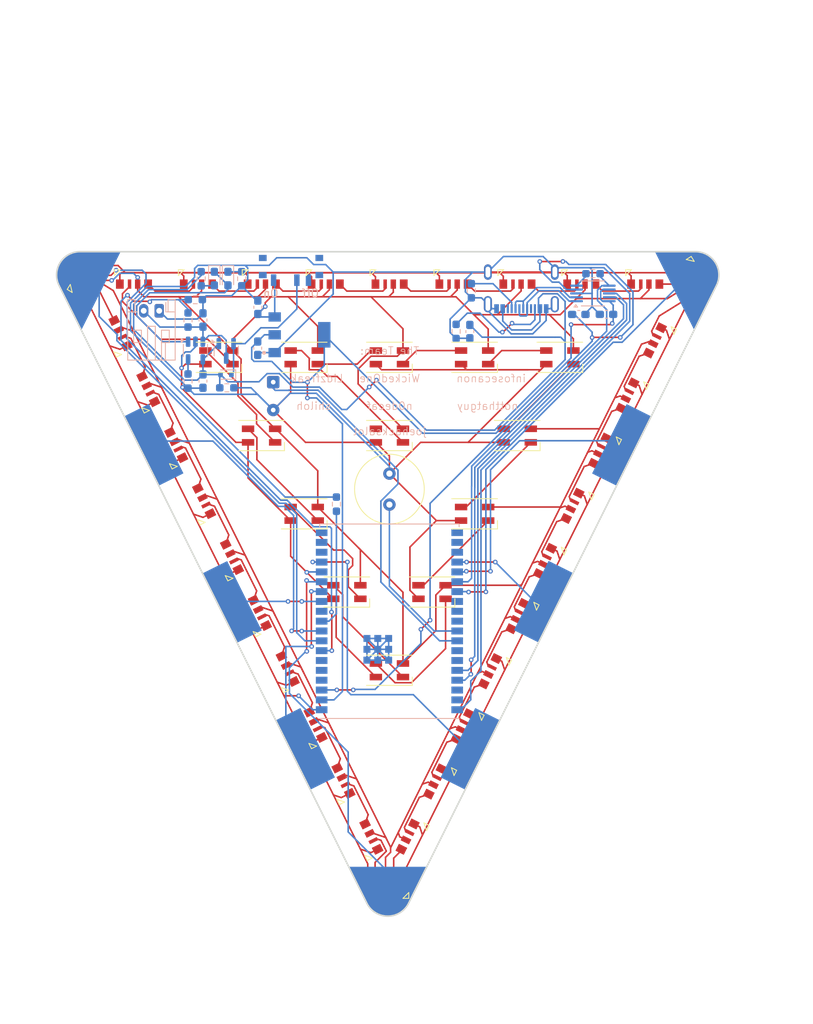
<source format=kicad_pcb>
(kicad_pcb (version 20241229) (generator "pcbnew") (generator_version "9.0")
  (layers (0 "F.Cu" signal) (2 "B.Cu" signal) (13 "F.Paste" user) (15 "B.Paste" user) (5 "F.SilkS" user "F.Silkscreen") (7 "B.SilkS" user "B.Silkscreen") (1 "F.Mask" user) (3 "B.Mask" user) (25 "Edge.Cuts" user))
  (net 0 "")
  (net 1 "GND")
  (net 2 "+3V3")
  (net 3 "VDD")
  (net 4 "VBUS")
  (net 5 "EN")
  (net 6 "+BATT")
  (net 7 "Net-(D1-DOUT)")
  (net 8 "Net-(D1-DIN)")
  (net 9 "Net-(D2-DOUT)")
  (net 10 "Net-(D3-DOUT)")
  (net 11 "Net-(D4-DOUT)")
  (net 12 "Net-(D5-DOUT)")
  (net 13 "Net-(D6-DOUT)")
  (net 14 "Net-(D7-DOUT)")
  (net 15 "Net-(D8-DOUT)")
  (net 16 "Net-(D10-DIN)")
  (net 17 "Net-(D10-DOUT)")
  (net 18 "Net-(D11-DOUT)")
  (net 19 "Net-(D12-DOUT)")
  (net 20 "Net-(D13-DOUT)")
  (net 21 "Net-(D14-DOUT)")
  (net 22 "Net-(D15-DOUT)")
  (net 23 "Net-(D16-DOUT)")
  (net 24 "Net-(D17-DOUT)")
  (net 25 "Net-(D18-DOUT)")
  (net 26 "Net-(D19-DOUT)")
  (net 27 "Net-(D20-DOUT)")
  (net 28 "Net-(D21-DOUT)")
  (net 29 "Net-(D22-DOUT)")
  (net 30 "Net-(D23-DOUT)")
  (net 31 "LED_RING_1")
  (net 32 "Net-(D25-DOUT)")
  (net 33 "Net-(D26-DOUT)")
  (net 34 "Net-(D27-DOUT)")
  (net 35 "Net-(D28-DOUT)")
  (net 36 "Net-(D29-DOUT)")
  (net 37 "Net-(D30-DOUT)")
  (net 38 "Net-(D32-DOUT)")
  (net 39 "Net-(D33-DOUT)")
  (net 40 "/VDD_SWITCH")
  (net 41 "Net-(D62-A)")
  (net 42 "Net-(D62-K)")
  (net 43 "Net-(D63-K)")
  (net 45 "D-")
  (net 46 "Net-(J2-CC2)")
  (net 48 "D+")
  (net 49 "Net-(J2-CC1)")
  (net 50 "VIBRATION_OUT")
  (net 51 "BUZZER_OUT")
  (net 52 "LED_DOUT")
  (net 53 "Net-(U4-GPIO35{slash}ADC1_CH7)")
  (net 54 "BOOT")
  (net 55 "CTS")
  (net 56 "Net-(U3-PROG)")
  (net 58 "TOUCH5")
  (net 59 "TOUCH6")
  (net 60 "TOUCH0")
  (net 61 "TOUCH9")
  (net 62 "TOUCH7")
  (net 63 "TOUCH8")
  (net 64 "TOUCH4")
  (net 65 "TOUCH3")
  (net 66 "TOUCH2")
  (net 67 "RXD")
  (net 72 "TXD")
  (net 82 "unconnected-(U4-GND_THERMAL-Pad39)_6")
  (net 87 "Net-(D34-DIN)")
  (net 88 "Net-(D35-DIN)")
  (net 89 "Net-(D36-DIN)")
  (net 90 "Net-(D37-DIN)")
  (net 91 "Net-(D38-DIN)")
  (net 92 "Net-(D39-DIN)")
  (net 93 "Net-(D40-DIN)")
  (net 94 "Net-(D41-DIN)")
  (net 95 "Net-(D42-DIN)")
  (net 96 "Net-(D43-DIN)")
  (net 97 "Net-(D31-DIN)")
  (net 99 "Net-(D44-DOUT)")
  (footprint "iwc_badge_library:SK6812SIDE" (layer "F.Cu") (at 188.689649 49.029053 63.599)
    (property "Reference" "D21")
    (property "Value" "SK6812SIDE")
  )
  (footprint "iwc_badge_library:SK6812SIDE" (layer "F.Cu") (at 157.641377 112.267203)
    (property "Reference" "D12")
    (property "Value" "SK6812SIDE")
  )
  (footprint "iwc_badge_library:SK6812SIDE" (layer "F.Cu") (at 185.143027 56.142414 63.599)
    (property "Reference" "D20")
    (property "Value" "SK6812SIDE")
  )
  (footprint "iwc_badge_library:SK6812SIDE" (layer "F.Cu") (at 190.641591 34.167288 179.998)
    (property "Reference" "D24")
    (property "Value" "SK6812SIDE")
  )
  (footprint "iwc_badge_library:SK6812MINI" (layer "F.Cu") (at 152.141489 74.24844)
    (property "Reference" "D36" (hide yes))
    (property "Value" "SK6812MINI")
  )
  (footprint "iwc_badge_library:SK6812SIDE" (layer "F.Cu") (at 137.015677 69.896141 -63.6)
    (property "Reference" "D6")
    (property "Value" "SK6812SIDE")
  )
  (footprint "iwc_badge_library:SK6812MINI" (layer "F.Cu") (at 163.141476 74.248471)
    (property "Reference" "D38" (hide yes))
    (property "Value" "SK6812MINI")
  )
  (footprint "iwc_badge_library:SK6812SIDE" (layer "F.Cu") (at 160.316706 105.935978 63.599)
    (property "Reference" "D13")
    (property "Value" "SK6812SIDE")
  )
  (footprint "MountingHole:MountingHole_2.2mm_M2" (layer "F.Cu") (at 157.43 102.4)
    (property "Reference" "REF**" (hide yes))
    (property "Value" "MountingHole_2.2mm_M2" (hide yes))
  )
  (footprint "iwc_badge_library:SK6812SIDE" (layer "F.Cu") (at 140.613938 77.113188 -63.6)
    (property "Reference" "D7")
    (property "Value" "SK6812SIDE")
  )
  (footprint "iwc_badge_library:SK6812SIDE" (layer "F.Cu") (at 155.006996 105.981384 -63.6)
    (property "Reference" "D11")
    (property "Value" "SK6812SIDE")
  )
  (footprint "iwc_badge_library:SK6812MINI" (layer "F.Cu") (at 157.641537 54.060985)
    (property "Reference" "D45" (hide yes))
    (property "Value" "SK6812MINI")
  )
  (footprint "iwc_badge_library:SK6812MINI" (layer "F.Cu") (at 174.14151 54.061023)
    (property "Reference" "D40" (hide yes))
    (property "Value" "SK6812MINI")
  )
  (footprint "iwc_badge_library:SK6812MINI" (layer "F.Cu") (at 141.141563 54.060939)
    (property "Reference" "D34" (hide yes))
    (property "Value" "SK6812MINI")
  )
  (footprint "iwc_badge_library:SK6812SIDE" (layer "F.Cu") (at 147.810467 91.547289 -63.6)
    (property "Reference" "D9")
    (property "Value" "SK6812SIDE")
  )
  (footprint "iwc_badge_library:SK6812SIDE" (layer "F.Cu") (at 165.891558 34.167218 179.998)
    (property "Reference" "D27")
    (property "Value" "SK6812SIDE")
  )
  (footprint "iwc_badge_library:SK6812SIDE" (layer "F.Cu") (at 196.64159 33.867305 121.798)
    (property "Reference" "D23")
    (property "Value" "SK6812SIDE")
  )
  (footprint "iwc_badge_library:SK6812SIDE" (layer "F.Cu") (at 151.408726 98.764341 -63.6)
    (property "Reference" "D10")
    (property "Value" "SK6812SIDE")
  )
  (footprint "iwc_badge_library:SK6812SIDE" (layer "F.Cu") (at 124.641588 34.167111 179.998)
    (property "Reference" "D32")
    (property "Value" "SK6812SIDE")
  )
  (footprint "iwc_badge_library:SK6812SIDE" (layer "F.Cu") (at 122.622622 41.027948 -63.6)
    (property "Reference" "D2")
    (property "Value" "SK6812SIDE")
  )
  (footprint "iwc_badge_library:SK6812SIDE" (layer "F.Cu") (at 133.417411 62.67909 -63.6)
    (property "Reference" "D5")
    (property "Value" "SK6812SIDE")
  )
  (footprint "iwc_badge_library:SK6812SIDE" (layer "F.Cu") (at 118.641587 33.867092 -121.8)
    (property "Reference" "D1")
    (property "Value" "SK6812SIDE")
  )
  (footprint "iwc_badge_library:SK6812MINI" (layer "F.Cu") (at 146.641563 43.967166)
    (property "Reference" "D44" (hide yes))
    (property "Value" "SK6812MINI")
  )
  (footprint "iwc_badge_library:SK6812SIDE" (layer "F.Cu") (at 163.863324 98.822609 63.599)
    (property "Reference" "D14")
    (property "Value" "SK6812SIDE")
  )
  (footprint "iwc_badge_library:QMB-09B-03" (layer "F.Cu") (at 157.641513 60.967199 89.999)
    (property "Reference" "LS1" (hide yes))
    (property "Value" "QMB-09B-03" (hide yes))
  )
  (footprint "iwc_badge_library:SK6812SIDE" (layer "F.Cu") (at 132.891577 34.167085 179.999)
    (property "Reference" "D31")
    (property "Value" "SK6812SIDE")
  )
  (footprint "iwc_badge_library:SK6812SIDE" (layer "F.Cu") (at 170.956561 84.595877 63.599)
    (property "Reference" "D16")
    (property "Value" "SK6812SIDE")
  )
  (footprint "iwc_badge_library:SK6812SIDE" (layer "F.Cu") (at 182.391577 34.167261 179.998)
    (property "Reference" "D25")
    (property "Value" "SK6812SIDE")
  )
  (footprint "iwc_badge_library:SK6812SIDE" (layer "F.Cu") (at 174.141571 34.167243 179.998)
    (property "Reference" "D26")
    (property "Value" "SK6812SIDE")
  )
  (footprint "iwc_badge_library:SK6812MINI" (layer "F.Cu") (at 157.641561 43.967195)
    (property "Reference" "D43" (hide yes))
    (property "Value" "SK6812MINI")
  )
  (footprint "iwc_badge_library:SK6812SIDE" (layer "F.Cu") (at 174.503177 77.482516 63.599)
    (property "Reference" "D17")
    (property "Value" "SK6812SIDE")
  )
  (footprint "iwc_badge_library:SK6812MINI" (layer "F.Cu") (at 179.641563 43.967258)
    (property "Reference" "D41" (hide yes))
    (property "Value" "SK6812MINI" (hide yes))
  )
  (footprint "iwc_badge_library:SK6812MINI" (layer "F.Cu") (at 146.641523 64.154691)
    (property "Reference" "D35" (hide yes))
    (property "Value" "SK6812MINI")
  )
  (footprint "iwc_badge_library:SK6812MINI" (layer "F.Cu") (at 135.641559 43.967135)
    (property "Reference" "D33" (hide yes))
    (property "Value" "SK6812MINI")
  )
  (footprint "iwc_badge_library:SK6812SIDE" (layer "F.Cu") (at 181.596415 63.255783 63.599)
    (property "Reference" "D19")
    (property "Value" "SK6812SIDE")
  )
  (footprint "iwc_badge_library:SK6812SIDE" (layer "F.Cu") (at 129.819145 55.462037 -63.6)
    (property "Reference" "D4")
    (property "Value" "SK6812SIDE")
  )
  (footprint "iwc_badge_library:SK6812MINI" (layer "F.Cu") (at 168.641558 43.967227)
    (property "Reference" "D42" (hide yes))
    (property "Value" "SK6812MINI")
  )
  (footprint "iwc_badge_library:SK6812SIDE" (layer "F.Cu") (at 144.212199 84.330237 -63.6)
    (property "Reference" "D8")
    (property "Value" "SK6812SIDE")
  )
  (footprint "iwc_badge_library:SK6812SIDE" (layer "F.Cu") (at 167.409942 91.709246 63.599)
    (property "Reference" "D15")
    (property "Value" "SK6812SIDE")
  )
  (footprint "iwc_badge_library:SK6812SIDE" (layer "F.Cu") (at 126.22088 48.244993 -63.6)
    (property "Reference" "D3")
    (property "Value" "SK6812SIDE")
  )
  (footprint "iwc_badge_library:SK6812SIDE" (layer "F.Cu") (at 178.049799 70.369148 63.599)
    (property "Reference" "D18")
    (property "Value" "SK6812SIDE")
  )
  (footprint "iwc_badge_library:SK6812SIDE" (layer "F.Cu") (at 157.641545 34.167193 179.998)
    (property "Reference" "D28")
    (property "Value" "SK6812SIDE")
  )
  (footprint "iwc_badge_library:SK6812MINI" (layer "F.Cu") (at 168.641491 64.154749)
    (property "Reference" "D39" (hide yes))
    (property "Value" "SK6812MINI")
  )
  (footprint "iwc_badge_library:SK6812SIDE" (layer "F.Cu") (at 149.391534 34.167176 179.998)
    (property "Reference" "D29")
    (property "Value" "SK6812SIDE")
  )
  (footprint "iwc_badge_library:SK6812MINI" (layer "F.Cu") (at 157.641452 84.342201)
    (property "Reference" "D37" (hide yes))
    (property "Value" "SK6812MINI")
  )
  (footprint "iwc_badge_library:SK6812SIDE" (layer "F.Cu") (at 141.141549 34.167107 179.999)
    (property "Reference" "D30")
    (property "Value" "SK6812SIDE")
  )
  (footprint "iwc_badge_library:SK6812SIDE" (layer "F.Cu") (at 192.236191 41.915629 63.597)
    (property "Reference" "D22")
    (property "Value" "SK6812SIDE")
  )
  (footprint "Capacitor_SMD:C_0603_1608Metric_Pad1.08x0.95mm_HandSolder" (layer "B.Cu") (at 140.651579 37.509652 89.999)
    (property "Reference" "C2" (hide yes))
    (property "Value" "4.7uF" (hide yes))
  )
  (footprint "Resistor_SMD:R_0603_1608Metric_Pad0.98x0.95mm_HandSolder" (layer "B.Cu") (at 150.801509 62.909682 -90.000155)
    (property "Reference" "R1" (hide yes))
    (property "Value" "470" (hide yes))
  )
  (footprint "Resistor_SMD:R_0603_1608Metric_Pad0.98x0.95mm_HandSolder" (layer "B.Cu") (at 131.641602 39.149626 89.998845)
    (property "Reference" "R2" (hide yes))
    (property "Value" "100K" (hide yes))
  )
  (footprint "Capacitor_SMD:C_0603_1608Metric_Pad1.08x0.95mm_HandSolder" (layer "B.Cu") (at 168.02322 40.644726 -90)
    (property "Reference" "C5" (hide yes))
    (property "Value" "10uF" (hide yes))
  )
  (footprint "Connector_Wire:SolderWire-0.1sqmm_1x02_P3.6mm_D0.4mm_OD1mm" (layer "B.Cu") (at 142.641556 47.167157 -90.000155)
    (property "Reference" "J3" (hide yes))
    (property "Value" "LCM0827A3038F" (hide yes))
  )
  (footprint "Package_TO_SOT_SMD:SOT-23-5" (layer "B.Cu") (at 132.601589 43.090468 -90)
    (property "Reference" "U3" (hide yes))
    (property "Value" "MCP73831-2-OT" (hide yes))
  )
  (footprint "Resistor_SMD:R_0603_1608Metric_Pad0.98x0.95mm_HandSolder" (layer "B.Cu") (at 131.641612 47.031287 89.998)
    (property "Reference" "R7" (hide yes))
    (property "Value" "2K" (hide yes))
  )
  (footprint "Resistor_SMD:R_0603_1608Metric_Pad0.98x0.95mm_HandSolder" (layer "B.Cu") (at 133.341588 33.824632 -90)
    (property "Reference" "R6" (hide yes))
    (property "Value" "470" (hide yes))
  )
  (footprint "iwc_badge_library:TYPE-C-2.0-16PIN-SMT-3" (layer "B.Cu") (at 174.671589 32.937242)
    (property "Reference" "J2" (hide yes))
    (property "Value" "TYPE-C-2.0-16PIN-SMT-3" (hide yes))
  )
  (footprint "Capacitor_SMD:C_0603_1608Metric_Pad1.08x0.95mm_HandSolder" (layer "B.Cu") (at 140.639072 42.789709 -90)
    (property "Reference" "C3" (hide yes))
    (property "Value" "4.7uF" (hide yes))
  )
  (footprint "iwc_badge_library:AP2114H-3.3TRG1-0" (layer "B.Cu") (at 146.031564 41.057228 -0.001)
    (property "Reference" "U1" (hide yes))
    (property "Value" "AP2114H-3.3TRG1" (hide yes))
  )
  (footprint "Resistor_SMD:R_0603_1608Metric_Pad0.98x0.95mm_HandSolder" (layer "B.Cu") (at 136.654053 47.897143)
    (property "Reference" "R5" (hide yes))
    (property "Value" "100K" (hide yes))
  )
  (footprint "Resistor_SMD:R_0603_1608Metric_Pad0.98x0.95mm_HandSolder" (layer "B.Cu") (at 168.221581 35.374731 -90)
    (property "Reference" "R9" (hide yes))
    (property "Value" "5.1K" (hide yes))
  )
  (footprint "Capacitor_SMD:C_0603_1608Metric_Pad1.08x0.95mm_HandSolder" (layer "B.Cu") (at 182.089067 38.432268)
    (property "Reference" "C6" (hide yes))
    (property "Value" "1uF" (hide yes))
  )
  (footprint "iwc_badge_library:ESP32-WROVER-E" (layer "B.Cu") (at 157.641458 81.177201)
    (property "Reference" "U4" (hide yes))
    (property "Value" "ESP32-WROVER-E-N16R8" (hide yes))
  )
  (footprint "Resistor_SMD:R_0603_1608Metric_Pad0.98x0.95mm_HandSolder" (layer "B.Cu") (at 138.571588 33.824654 89.999845)
    (property "Reference" "R8" (hide yes))
    (property "Value" "470" (hide yes))
  )
  (footprint "Package_SO:MSOP-10_3x3mm_P0.5mm" (layer "B.Cu") (at 183.909077 35.722274)
    (property "Reference" "U5" (hide yes))
    (property "Value" "CH340X" (hide yes))
  )
  (footprint "Connector_JST:JST_PH_S2B-PH-K_1x02_P2.00mm_Horizontal" (layer "B.Cu") (at 127.921574 37.962114 179.999)
    (property "Reference" "J1" (hide yes))
    (property "Value" "JST_PH_S2B" (hide yes))
  )
  (footprint "Capacitor_SMD:C_0603_1608Metric_Pad1.08x0.95mm_HandSolder" (layer "B.Cu") (at 133.571575 39.149633 89.998845)
    (property "Reference" "C7" (hide yes))
    (property "Value" "4.7uF" (hide yes))
  )
  (footprint "Resistor_SMD:R_0603_1608Metric_Pad0.98x0.95mm_HandSolder" (layer "B.Cu") (at 166.252394 40.624723 -90)
    (property "Reference" "R10" (hide yes))
    (property "Value" "5.1K" (hide yes))
  )
  (footprint "Capacitor_SMD:C_0603_1608Metric_Pad1.08x0.95mm_HandSolder" (layer "B.Cu") (at 185.664073 38.422281)
    (property "Reference" "C1" (hide yes))
    (property "Value" "0.1uF" (hide yes))
  )
  (footprint "LED_SMD:LED_0603_1608Metric_Pad1.05x0.95mm_HandSolder" (layer "B.Cu") (at 136.799086 33.802139 -90.000155)
    (property "Reference" "D63" (hide yes))
    (property "Value" "NCD0603G1" (hide yes))
  )
  (footprint "LED_SMD:LED_0603_1608Metric_Pad1.05x0.95mm_HandSolder" (layer "B.Cu") (at 135.039087 33.802137 -90.000155)
    (property "Reference" "D62" (hide yes))
    (property "Value" "NCD0603R1" (hide yes))
  )
  (footprint "Capacitor_SMD:C_0603_1608Metric_Pad1.08x0.95mm_HandSolder" (layer "B.Cu") (at 133.571582 47.031294 -90)
    (property "Reference" "C4" (hide yes))
    (property "Value" "4.7uF" (hide yes))
  )
  (footprint "iwc_badge_library:floridaman2025_touch" (layer "B.Cu") (at 157.361504 64.957199 179.999)
    (property "Reference" "U2" (hide yes))
    (property "Value" "~" (hide yes))
  )
  (footprint "iwc_badge_library:SW_SPDT_PCM12" (layer "B.Cu") (at 144.941597 32.577164)
    (property "Reference" "SW1" (hide yes))
    (property "Value" "PCM12SMTR" (hide yes))
  )
  (footprint "Resistor_SMD:R_0603_1608Metric_Pad0.98x0.95mm_HandSolder" (layer "B.Cu") (at 183.929086 33.172269)
    (property "Reference" "R3" (hide yes))
    (property "Value" "5.1K" (hide yes))
  )
  (footprint "Resistor_SMD:R_0603_1608Metric_Pad0.98x0.95mm_HandSolder" (layer "B.Cu") (at 132.57911 36.528793 179.999)
    (property "Reference" "R4" (hide yes))
    (property "Value" "100K" (hide yes))
  )
  (footprint "Diode_SMD:D_SOD-523" (layer "B.Cu") (at 136.541553 46.192137 179.999)
    (property "Reference" "D61" (hide yes))
    (property "Value" "TPMEG2010AEB" (hide yes))
  )
  (footprint "Package_TO_SOT_SMD:SOT-23" (layer "B.Cu") (at 136.571548 43.139641 -90.001)
    (property "Reference" "Q1" (hide yes))
    (property "Value" "DMG2301L-7" (hide yes))
  )
  (gr_poly (pts (xy 157.531372 116.061812) (xy 157.637063 116.056219) (xy 157.742021 116.046949) (xy 157.846162 116.034058) (xy 157.949416 116.017593) (xy 158.051696 115.997606) (xy 158.15293 115.974147) (xy 158.253037 115.947264) (xy 158.351926 115.917001) (xy 158.449531 115.883409) (xy 158.54577 115.846546) (xy 158.640555 115.806454) (xy 158.733813 115.763179) (xy 158.82547 115.716773) (xy 158.915433 115.66729) (xy 159.003638 115.614777) (xy 159.089997 115.559274) (xy 159.174426 115.500844) (xy 159.25685 115.439529) (xy 159.337197 115.375377) (xy 159.415367 115.308438) (xy 159.491305 115.238766) (xy 159.564922 115.16641) (xy 159.636129 115.091414) (xy 159.704857 115.013821) (xy 159.771025 114.933695) (xy 159.834552 114.851087) (xy 159.895359 114.766021) (xy 159.953371 114.678578) (xy 160.008497 114.588787) (xy 160.060669 114.496692) (xy 160.1098 114.402367) (xy 199.86191 34.678142) (xy 199.942833 34.501835) (xy 200.011727 34.322034) (xy 200.06863 34.139319) (xy 200.113547 33.954256) (xy 200.146513 33.767433) (xy 200.167561 33.579419) (xy 200.176718 33.3908) (xy 200.174014 33.202145) (xy 200.159461 33.014021) (xy 200.13309 32.827029) (xy 200.094933 32.641728) (xy 200.045014 32.458705) (xy 199.983361 32.278529) (xy 199.909997 32.101779) (xy 199.824952 31.92903) (xy 199.728245 31.760861) (xy 199.620903 31.599279) (xy 199.50426 31.446084) (xy 199.378822 31.301561) (xy 199.245089 31.165983) (xy 199.103565 31.039635) (xy 198.954773 30.922801) (xy 198.799189 30.81576) (xy 198.637332 30.718796) (xy 198.46971 30.632187) (xy 198.29682 30.556204) (xy 198.119174 30.49115) (xy 197.937268 30.437292) (xy 197.751611 30.394914) (xy 197.5627 30.364295) (xy 197.371049 30.345714) (xy 197.177161 30.33946) (xy 117.673368 30.339239) (xy 117.576168 30.340812) (xy 117.479478 30.345496) (xy 117.383343 30.353263) (xy 117.287831 30.364075) (xy 117.193 30.377894) (xy 117.098923 30.394688) (xy 117.00565 30.414426) (xy 116.913263 30.437066) (xy 116.731358 30.490927) (xy 116.553708 30.555977) (xy 116.380818 30.631954) (xy 116.213194 30.718566) (xy 116.051341 30.815527) (xy 115.895758 30.922568) (xy 115.746957 31.039401) (xy 115.605438 31.165746) (xy 115.537564 31.232395) (xy 115.471707 31.301324) (xy 115.407918 31.372484) (xy 115.346264 31.44585) (xy 115.286812 31.521382) (xy 115.22962 31.599049) (xy 115.174753 31.678804) (xy 115.122273 31.760624) (xy 115.02557 31.92879) (xy 114.940519 32.101541) (xy 114.867158 32.278287) (xy 114.805499 32.458462) (xy 114.755581 32.641492) (xy 114.717418 32.82679) (xy 114.691049 33.013788) (xy 114.676488 33.201902) (xy 114.673784 33.390555) (xy 114.682939 33.579185) (xy 114.703988 33.767195) (xy 114.736954 33.954021) (xy 114.781882 34.139081) (xy 114.838772 34.321806) (xy 114.907665 34.501608) (xy 114.988582 34.677918) (xy 154.74027 114.402354) (xy 154.740273 114.402355) (xy 154.841575 114.588771) (xy 154.954708 114.766014) (xy 155.079037 114.933686) (xy 155.213937 115.091398) (xy 155.358756 115.238756) (xy 155.512868 115.375369) (xy 155.675638 115.50083) (xy 155.846424 115.614759) (xy 156.02459 115.716764) (xy 156.209508 115.806444) (xy 156.400527 115.883405) (xy 156.597025 115.947257) (xy 156.798362 115.997607) (xy 157.003899 116.034059) (xy 157.213005 116.056216) (xy 157.425025 116.063693)) (stroke (width 0.2) (color 100 100 100 1)) (fill no) (layer "Edge.Cuts"))
  (gr_text "Lidzfreak" (at 151.75 47.27 0) (layer "B.SilkS") (effects (font (size 1 1) (thickness 0.1)) (justify left bottom mirror)))
  (gr_text "joehacksalot" (at 162.454763 54.1 0) (layer "B.SilkS") (effects (font (size 1 1) (thickness 0.1)) (justify left bottom mirror)))
  (gr_text "WickedOne" (at 161.669048 47.27 0) (layer "B.SilkS") (effects (font (size 1 1) (thickness 0.1)) (justify left bottom mirror)))
  (gr_text "The Team:" (at 161.55 43.72 0) (layer "B.SilkS") (effects (font (size 1 1) (thickness 0.1)) (justify left bottom mirror)))
  (gr_text "shiloh" (at 150.19 50.83 0) (layer "B.SilkS") (effects (font (size 1 1) (thickness 0.1)) (justify left bottom mirror)))
  (gr_text "notthatguy" (at 174.34 50.83 0) (layer "B.SilkS") (effects (font (size 1 1) (thickness 0.1)) (justify left bottom mirror)))
  (gr_text "infosecanon" (at 175.34 47.27 0) (layer "B.SilkS") (effects (font (size 1 1) (thickness 0.1)) (justify left bottom mirror)))
  (gr_text "n0decaf" (at 160.716667 50.83 0) (layer "B.SilkS") (effects (font (size 1 1) (thickness 0.1)) (justify left bottom mirror)))
  (segment (start 198.436121 36.131346) (end 195.701544 37.826782) (width 0.2) (layer "F.Cu") (net 1))
  (segment (start 157.641525 58.967201) (end 157.641526 56.68598) (width 0.2) (layer "F.Cu") (net 1))
  (segment (start 172.341565 33.508577) (end 171.800223 32.967232) (width 0.2) (layer "F.Cu") (net 1))
  (segment (start 166.891486 65.029746) (end 163.704022 65.029738) (width 0.2) (layer "F.Cu") (net 1))
  (segment (start 139.341544 34.517101) (end 139.341545 33.43856) (width 0.2) (layer "F.Cu") (net 1))
  (segment (start 130.811366 45.344277) (end 130.811365 47.710476) (width 0.2) (layer "F.Cu") (net 1))
  (segment (start 171.800223 32.967232) (end 171.55159 32.967235) (width 0.2) (layer "F.Cu") (net 1))
  (segment (start 133.577075 64.611484) (end 132.352902 64.201877) (width 0.2) (layer "F.Cu") (net 1))
  (segment (start 156.120833 107.43805) (end 155.252512 107.870975) (width 0.2) (layer "F.Cu") (net 1))
  (segment (start 193.796264 41.648147) (end 195.701544 37.826782) (width 0.2) (layer "F.Cu") (net 1))
  (segment (start 141.727772 78.569846) (end 140.718691 79.072954) (width 0.2) (layer "F.Cu") (net 1))
  (segment (start 180.224322 33.048169) (end 123.209094 33.048169) (width 0.2) (layer "F.Cu") (net 1))
  (segment (start 122.841581 33.247144) (end 123.040615 33.048108) (width 0.2) (layer "F.Cu") (net 1))
  (segment (start 126.462306 50.136622) (end 125.115605 49.68602) (width 0.2) (layer "F.Cu") (net 1))
  (segment (start 131.091579 33.47859) (end 130.661115 33.048122) (width 0.2) (layer "F.Cu") (net 1))
  (segment (start 159.44138 110.548385) (end 159.445886 110.543879) (width 0.2) (layer "F.Cu") (net 1))
  (segment (start 179.63833 70.044377) (end 183.176696 62.947555) (width 0.2) (layer "F.Cu") (net 1))
  (segment (start 155.222845 112.890823) (end 154.843105 112.51108) (width 0.2) (layer "F.Cu") (net 1))
  (segment (start 155.252512 107.870975) (end 153.899672 107.418311) (width 0.2) (layer "F.Cu") (net 1))
  (segment (start 190.257896 48.744966) (end 193.796264 41.648147) (width 0.2) (layer "F.Cu") (net 1))
  (segment (start 117.990524 35.581329) (end 117.719726 35.310526) (width 0.2) (layer "F.Cu") (net 1))
  (segment (start 130.873112 47.985383) (end 130.873111 47.902223) (width 0.2) (layer "F.Cu") (net 1))
  (segment (start 144.891554 48.517163) (end 142.641543 50.767157) (width 0.2) (layer "F.Cu") (net 1))
  (segment (start 174.99003 75.71461) (end 175.713507 76.075321) (width 0.2) (layer "F.Cu") (net 1))
  (segment (start 180.591569 34.51723) (end 180.59157 33.415416) (width 0.2) (layer "F.Cu") (net 1))
  (segment (start 196.479114 32.277794) (end 198.554755 35.625611) (width 0.2) (layer "F.Cu") (net 1))
  (segment (start 150.39149 75.123438) (end 146.972551 71.704496) (width 0.2) (layer "F.Cu") (net 1))
  (segment (start 125.115605 49.68602) (end 128.694099 56.863407) (width 0.2) (layer "F.Cu") (net 1))
  (segment (start 150.414892 100.428871) (end 153.899672 107.418311) (width 0.2) (layer "F.Cu") (net 1))
  (segment (start 164.091549 33.468562) (end 163.671591 33.048602) (width 0.2) (layer "F.Cu") (net 1))
  (segment (start 167.896795 89.941341) (end 168.626516 90.305166) (width 0.2) (layer "F.Cu") (net 1))
  (segment (start 121.62101 32.117713) (end 121.618388 32.120335) (width 0.2) (layer "F.Cu") (net 1))
  (segment (start 161.910796 105.600074) (end 165.502708 98.395857) (width 0.2) (layer "F.Cu") (net 1))
  (segment (start 195.395631 32.521906) (end 195.978691 32.16041) (width 0.2) (layer "F.Cu") (net 1))
  (segment (start 195.395636 32.521906) (end 194.869373 33.048169) (width 0.2) (layer "F.Cu") (net 1))
  (segment (start 198.554755 35.625611) (end 198.436121 36.131346) (width 0.2) (layer "F.Cu") (net 1))
  (segment (start 120.124068 31.193783) (end 119.453246 31.351121) (width 0.2) (layer "F.Cu") (net 1))
  (segment (start 157.641526 56.68598) (end 155.891529 54.935979) (width 0.2) (layer "F.Cu") (net 1))
  (segment (start 123.209033 33.048109) (end 123.209034 33.048108) (width 0.2) (layer "F.Cu") (net 1))
  (segment (start 163.67159 33.048211) (end 170.270589 33.048232) (width 0.2) (layer "F.Cu") (net 1))
  (segment (start 130.873111 47.902223) (end 130.938111 47.837225) (width 0.2) (layer "F.Cu") (net 1))
  (segment (start 155.891529 54.935979) (end 146.81032 54.935952) (width 0.2) (layer "F.Cu") (net 1))
  (segment (start 144.069702 87.633707) (end 145.923293 87.633712) (width 0.2) (layer "F.Cu") (net 1))
  (segment (start 130.100233 57.333896) (end 128.694099 56.863407) (width 0.2) (layer "F.Cu") (net 1))
  (segment (start 123.209094 33.048169) (end 123.209033 33.048109) (width 0.2) (layer "F.Cu") (net 1))
  (segment (start 123.54154 33.048107) (end 123.541541 33.047182) (width 0.2) (layer "F.Cu") (net 1))
  (segment (start 122.84158 34.517069) (end 122.841581 33.247144) (width 0.2) (layer "F.Cu") (net 1))
  (segment (start 156.617554 45.568194) (end 175.523407 45.568242) (width 0.2) (layer "F.Cu") (net 1))
  (segment (start 135.93585 71.388207) (end 139.576801 78.690882) (width 0.2) (layer "F.Cu") (net 1))
  (segment (start 138.951133 33.048145) (end 138.55159 33.048149) (width 0.2) (layer "F.Cu") (net 1))
  (segment (start 147.071161 33.048171) (end 146.921592 33.048172) (width 0.2) (layer "F.Cu") (net 1))
  (segment (start 134.531246 64.135756) (end 133.577075 64.611484) (width 0.2) (layer "F.Cu") (net 1))
  (segment (start 177.165562 45.568248) (end 175.523407 45.568242) (width 0.2) (layer "F.Cu") (net 1))
  (segment (start 133.891562 44.842133) (end 131.313522 44.842124) (width 0.2) (layer "F.Cu") (net 1))
  (segment (start 193.408599 40.489518) (end 193.796264 41.648147) (width 0.2) (layer "F.Cu") (net 1))
  (segment (start 188.841579 33.455427) (end 188.434319 33.048167) (width 0.2) (layer "F.Cu") (net 1))
  (segment (start 117.352609 34.739089) (end 117.475212 35.261821) (width 0.2) (layer "F.Cu") (net 1))
  (segment (start 170.351594 32.967231) (end 171.55159 32.967235) (width 0.2) (layer "F.Cu") (net 1))
  (segment (start 119.453246 31.351121) (end 117.352609 34.739089) (width 0.2) (layer "F.Cu") (net 1))
  (segment (start 168.626516 90.305166) (end 168.991994 91.39748) (width 0.2) (layer "F.Cu") (net 1))
  (segment (start 172.525899 84.309608) (end 176.082112 77.176997) (width 0.2) (layer "F.Cu") (net 1))
  (segment (start 159.445886 110.543879) (end 159.582296 110.270287) (width 0.2) (layer "F.Cu") (net 1))
  (segment (start 185.629882 54.374513) (end 186.464811 54.790792) (width 0.2) (layer "F.Cu") (net 1))
  (segment (start 159.441379 112.6423) (end 159.192839 112.890836) (width 0.2) (layer "F.Cu") (net 1))
  (segment (start 139.391544 59.52968) (end 139.391557 54.935936) (width 0.2) (layer "F.Cu") (net 1))
  (segment (start 123.541541 33.047182) (end 123.540984 33.047184) (width 0.2) (layer "F.Cu") (net 1))
  (segment (start 182.80945 61.849939) (end 183.176696 62.947555) (width 0.2) (layer "F.Cu") (net 1))
  (segment (start 123.209033 33.048109) (end 124.725068 33.048109) (width 0.2) (layer "F.Cu") (net 1))
  (segment (start 180.59157 33.415416) (end 180.224322 33.048169) (width 0.2) (layer "F.Cu") (net 1))
  (segment (start 145.326036 85.7869) (end 144.347673 86.27469) (width 0.2) (layer "F.Cu") (net 1))
  (segment (start 117.990524 35.581329) (end 117.991896 35.577251) (width 0.2) (layer "F.Cu") (net 1))
  (segment (start 186.464811 54.790792) (end 186.777537 55.725445) (width 0.2) (layer "F.Cu") (net 1))
  (segment (start 146.81032 54.935952) (end 142.641543 50.767157) (width 0.2) (layer "F.Cu") (net 1))
  (segment (start 161.39147 75.123471) (end 160.290471 74.022466) (width 0.2) (layer "F.Cu") (net 1))
  (segment (start 130.811365 47.710476) (end 130.938111 47.837225) (width 0.2) (layer "F.Cu") (net 1))
  (segment (start 139.391557 54.935936) (end 137.823657 54.935929) (width 0.2) (layer "F.Cu") (net 1))
  (segment (start 117.475212 35.261821) (end 117.990525 35.58133) (width 0.2) (layer "F.Cu") (net 1))
  (segment (start 165.19489 97.475873) (end 165.502708 98.395857) (width 0.2) (layer "F.Cu") (net 1))
  (segment (start 144.001496 87.565503) (end 144.069702 87.633707) (width 0.2) (layer "F.Cu") (net 1))
  (segment (start 152.522569 100.221002) (end 151.426643 100.767397) (width 0.2) (layer "F.Cu") (net 1))
  (segment (start 160.803557 104.168075) (end 161.557422 104.543941) (width 0.2) (layer "F.Cu") (net 1))
  (segment (start 150.765712 75.497668) (end 150.39149 75.123438) (width 0.2) (layer "F.Cu") (net 1))
  (segment (start 144.891522 65.029689) (end 139.391544 59.52968) (width 0.2) (layer "F.Cu") (net 1))
  (segment (start 146.972551 71.704496) (end 144.891512 69.623432) (width 0.2) (layer "F.Cu") (net 1))
  (segment (start 194.869373 33.048169) (end 188.434319 33.048167) (width 0.2) (layer "F.Cu") (net 1))
  (segment (start 163.671591 33.048602) (end 163.67159 33.048211) (width 0.2) (layer "F.Cu") (net 1))
  (segment (start 170.270589 33.048232) (end 170.351594 32.967231) (width 0.2) (layer "F.Cu") (net 1))
  (segment (start 131.091577 34.517079) (end 131.091579 33.47859) (width 0.2) (layer "F.Cu") (net 1))
  (segment (start 138.55159 33.048149) (end 146.921592 33.048172) (width 0.2) (layer "F.Cu") (net 1))
  (segment (start 123.736455 42.484602) (end 122.851215 42.925965) (width 0.2) (layer "F.Cu") (net 1))
  (segment (start 154.843105 112.51108) (end 154.843111 109.310565) (width 0.2) (layer "F.Cu") (net 1))
  (segment (start 131.313522 44.842124) (end 130.811366 45.344277) (width 0.2) (layer "F.Cu") (net 1))
  (segment (start 168.991994 91.39748) (end 172.525899 84.309608) (width 0.2) (layer "F.Cu") (net 1))
  (segment (start 155.84154 33.578551) (end 155.311181 33.048192) (width 0.2) (layer "F.Cu") (net 1))
  (segment (start 138.129512 71.352804) (end 137.206058 71.813219) (width 0.2) (layer "F.Cu") (net 1))
  (segment (start 179.279379 68.971553) (end 179.63833 70.044377) (width 0.2) (layer "F.Cu") (net 1))
  (segment (start 182.083265 61.487876) (end 182.80945 61.849939) (width 0.2) (layer "F.Cu") (net 1))
  (segment (start 161.557422 104.543941) (end 161.910796 105.600074) (width 0.2) (layer "F.Cu") (net 1))
  (segment (start 124.725068 33.048109) (end 130.341589 33.048126) (width 0.2) (layer "F.Cu") (net 1))
  (segment (start 172.391504 54.936025) (end 161.863385 54.935996) (width 0.2) (layer "F.Cu") (net 1))
  (segment (start 192.723098 40.147739) (end 193.408599 40.489518) (width 0.2) (layer "F.Cu") (net 1))
  (segment (start 172.341564 34.517209) (end 172.341565 33.508577) (width 0.2) (layer "F.Cu") (net 1))
  (segment (start 159.582296 110.270287) (end 161.910796 105.600074) (width 0.2) (layer "F.Cu") (net 1))
  (segment (start 161.863385 54.935996) (end 161.672751 54.935994) (width 0.2) (layer "F.Cu") (net 1))
  (segment (start 188.841578 34.517252) (end 188.841579 33.455427) (width 0.2) (layer "F.Cu") (net 1))
  (segment (start 159.441379 111.917203) (end 159.44138 110.548385) (width 0.2) (layer "F.Cu") (net 1))
  (segment (start 178.536651 68.601245) (end 179.279379 68.971553) (width 0.2) (layer "F.Cu") (net 1))
  (segment (start 189.1765 47.26115) (end 189.878543 47.611178) (width 0.2) (layer "F.Cu") (net 1))
  (segment (start 164.091548 34.517189) (end 164.091549 33.468562) (width 0.2) (layer "F.Cu") (net 1))
  (segment (start 189.878543 47.611178) (end 190.257896 48.744966) (width 0.2) (layer "F.Cu") (net 1))
  (segment (start 130.341589 33.048126) (end 138.55159 33.048149) (width 0.2) (layer "F.Cu") (net 1))
  (segment (start 155.311181 33.048192) (end 155.101593 33.048194) (width 0.2) (layer "F.Cu") (net 1))
  (segment (start 161.672751 54.935994) (end 157.641525 58.967201) (width 0.2) (layer "F.Cu") (net 1))
  (segment (start 194.950236 32.967302) (end 195.395633 32.521903) (width 0.2) (layer "F.Cu") (net 1))
  (segment (start 140.718691 79.072954) (end 139.576801 78.690882) (width 0.2) (layer "F.Cu") (net 1))
  (segment (start 188.434319 33.048167) (end 180.224322 33.048169) (width 0.2) (layer "F.Cu") (net 1))
  (segment (start 159.441379 111.917203) (end 159.441379 112.6423) (width 0.2) (layer "F.Cu") (net 1))
  (segment (start 123.540984 33.047184) (end 122.611515 32.117714) (width 0.2) (layer "F.Cu") (net 1))
  (segment (start 139.341545 33.43856) (end 138.951133 33.048145) (width 0.2) (layer "F.Cu") (net 1))
  (segment (start 159.192839 112.890836) (end 155.222845 112.890823) (width 0.2) (layer "F.Cu") (net 1))
  (segment (start 146.729313 93.036703) (end 150.414892 100.428871) (width 0.2) (layer "F.Cu") (net 1))
  (segment (start 127.334722 49.701653) (end 126.462306 50.136622) (width 0.2) (layer "F.Cu") (net 1))
  (segment (start 122.611515 32.117714) (end 121.62101 32.117713) (width 0.2) (layer "F.Cu") (net 1))
  (segment (start 195.978691 32.16041) (end 196.479114 32.277794) (width 0.2) (layer "F.Cu") (net 1))
  (segment (start 171.55159 32.967235) (end 178.991595 32.967254) (width 0.2) (layer "F.Cu") (net 1))
  (segment (start 144.891512 69.623432) (end 144.891522 65.029689) (width 0.2) (layer "F.Cu") (net 1))
  (segment (start 147.591532 33.568543) (end 147.071161 33.048171) (width 0.2) (layer "F.Cu") (net 1))
  (segment (start 130.932987 56.918706) (end 130.100233 57.333896) (width 0.2) (layer "F.Cu") (net 1))
  (segment (start 151.426643 100.767397) (end 150.414892 100.428871) (width 0.2) (layer "F.Cu") (net 1))
  (segment (start 155.891445 85.217199) (end 150.765696 80.091412) (width 0.2) (layer "F.Cu") (net 1))
  (segment (start 171.443414 82.827974) (end 172.147637 83.17909) (width 0.2) (layer "F.Cu") (net 1))
  (segment (start 147.591531 34.51714) (end 147.591532 33.568543) (width 0.2) (layer "F.Cu") (net 1))
  (segment (start 117.990524 35.581329) (end 118.101898 35.618597) (width 0.2) (layer "F.Cu") (net 1))
  (segment (start 130.661115 33.048122) (end 130.341589 33.048126) (width 0.2) (layer "F.Cu") (net 1))
  (segment (start 150.765696 80.091412) (end 150.765712 75.497668) (width 0.2) (layer "F.Cu") (net 1))
  (segment (start 144.001496 87.565503) (end 146.729313 93.036703) (width 0.2) (layer "F.Cu") (net 1))
  (segment (start 183.176696 62.947555) (end 186.777537 55.725445) (width 0.2) (layer "F.Cu") (net 1))
  (segment (start 154.843111 109.310565) (end 153.899672 107.418311) (width 0.2) (layer "F.Cu") (net 1))
  (segment (start 155.89156 44.842193) (end 156.617554 45.568194) (width 0.2) (layer "F.Cu") (net 1))
  (segment (start 163.704022 65.029738) (end 157.641525 58.967201) (width 0.2) (layer "F.Cu") (net 1))
  (segment (start 148.924302 93.003951) (end 148.003498 93.463042) (width 0.2) (layer "F.Cu") (net 1))
  (segment (start 121.523735 42.481795) (end 125.115605 49.68602) (width 0.2) (layer "F.Cu") (net 1))
  (segment (start 143.159757 85.877212) (end 144.001496 87.565503) (width 0.2) (layer "F.Cu") (net 1))
  (segment (start 123.040615 33.048108) (end 123.209033 33.048109) (width 0.2) (layer "F.Cu") (net 1))
  (segment (start 164.350175 97.054709) (end 165.19489 97.475873) (width 0.2) (layer "F.Cu") (net 1))
  (segment (start 175.523407 45.568242) (end 167.61756 45.568223) (width 0.2) (layer "F.Cu") (net 1))
  (segment (start 144.347673 86.27469) (end 143.159757 85.877212) (width 0.2) (layer "F.Cu") (net 1))
  (segment (start 176.082112 77.176997) (end 179.63833 70.044377) (width 0.2) (layer "F.Cu") (net 1))
  (segment (start 121.618388 32.120335) (end 120.124068 31.193783) (width 0.2) (layer "F.Cu") (net 1))
  (segment (start 186.777537 55.725445) (end 190.257896 48.744966) (width 0.2) (layer "F.Cu") (net 1))
  (segment (start 172.147637 83.17909) (end 172.525899 84.309608) (width 0.2) (layer "F.Cu") (net 1))
  (segment (start 160.290489 68.443256) (end 163.704022 65.029738) (width 0.2) (layer "F.Cu") (net 1))
  (segment (start 165.502708 98.395857) (end 168.991994 91.39748) (width 0.2) (layer "F.Cu") (net 1))
  (segment (start 175.713507 76.075321) (end 176.082112 77.176997) (width 0.2) (layer "F.Cu") (net 1))
  (segment (start 160.290471 74.022466) (end 160.290489 68.443256) (width 0.2) (layer "F.Cu") (net 1))
  (segment (start 122.851215 42.925965) (end 121.523735 42.481795) (width 0.2) (layer "F.Cu") (net 1))
  (segment (start 146.921592 33.048172) (end 155.101593 33.048194) (width 0.2) (layer "F.Cu") (net 1))
  (segment (start 137.206058 71.813219) (end 135.93585 71.388207) (width 0.2) (layer "F.Cu") (net 1))
  (segment (start 155.841539 34.51716) (end 155.84154 33.578551) (width 0.2) (layer "F.Cu") (net 1))
  (segment (start 137.823657 54.935929) (end 130.873112 47.985383) (width 0.2) (layer "F.Cu") (net 1))
  (segment (start 144.891561 44.842161) (end 144.891554 48.517163) (width 0.2) (layer "F.Cu") (net 1))
  (segment (start 139.576801 78.690882) (end 143.159757 85.877212) (width 0.2) (layer "F.Cu") (net 1))
  (segment (start 167.61756 45.568223) (end 166.891553 44.842218) (width 0.2) (layer "F.Cu") (net 1))
  (segment (start 132.352902 64.201877) (end 135.93585 71.388207) (width 0.2) (layer "F.Cu") (net 1))
  (segment (start 177.891561 44.842248) (end 167.797745 54.936009) (width 0.2) (layer "F.Cu") (net 1))
  (segment (start 155.101593 33.048194) (end 163.67159 33.048211) (width 0.2) (layer "F.Cu") (net 1))
  (segment (start 118.101898 35.618597) (end 121.523735 42.481795) (width 0.2) (layer "F.Cu") (net 1))
  (segment (start 148.003498 93.463042) (end 146.729313 93.036703) (width 0.2) (layer "F.Cu") (net 1))
  (segment (start 128.694099 56.863407) (end 132.352902 64.201877) (width 0.2) (layer "F.Cu") (net 1))
  (via (at 130.811366 45.344277) (size 0.6) (drill 0.3) (layers "F.Cu" "B.Cu") (net 1))
  (via (at 130.938111 47.837225) (size 0.6) (drill 0.3) (layers "F.Cu" "B.Cu") (net 1))
  (via (at 145.923293 87.633712) (size 0.6) (drill 0.3) (layers "F.Cu" "B.Cu") (net 1))
  (via (at 146.972551 71.704496) (size 0.6) (drill 0.3) (layers "F.Cu" "B.Cu") (net 1))
  (segment (start 128.985077 39.025623) (end 127.921574 37.962114) (width 0.2) (layer "B.Cu") (net 1))
  (segment (start 139.347594 32.432513) (end 139.016227 32.101149) (width 0.2) (layer "B.Cu") (net 1))
  (segment (start 183.805088 32.705135) (end 183.496225 32.396273) (width 0.2) (layer "B.Cu") (net 1))
  (segment (start 168.221584 36.287229) (end 169.521586 36.287235) (width 0.2) (layer "B.Cu") (net 1))
  (segment (start 147.024884 71.652169) (end 146.972551 71.704496) (width 0.2) (layer "B.Cu") (net 1))
  (segment (start 173.360805 40.937239) (end 176.14588 40.937247) (width 0.2) (layer "B.Cu") (net 1))
  (segment (start 140.481583 36.647153) (end 138.571582 34.737147) (width 0.2) (layer "B.Cu") (net 1))
  (segment (start 131.044671 47.943784) (end 130.938111 47.837225) (width 0.2) (layer "B.Cu") (net 1))
  (segment (start 133.571593 36.608775) (end 133.571587 38.287129) (width 0.2) (layer "B.Cu") (net 1))
  (segment (start 139.347585 33.961145) (end 139.347594 32.432513) (width 0.2) (layer "B.Cu") (net 1))
  (segment (start 169.521586 36.287235) (end 170.351583 37.117235) (width 0.2) (layer "B.Cu") (net 1))
  (segment (start 188.661576 39.311601) (end 182.721556 45.251581) (width 0.2) (layer "B.Cu") (net 1))
  (segment (start 132.833083 39.025636) (end 128.985077 39.025623) (width 0.2) (layer "B.Cu") (net 1))
  (segment (start 149.411596 31.997178) (end 150.381591 32.96718) (width 0.2) (layer "B.Cu") (net 1))
  (segment (start 137.281579 36.027145) (end 138.571589 34.737148) (width 0.2) (layer "B.Cu") (net 1))
  (segment (start 182.951573 38.432266) (end 182.951572 38.279264) (width 0.2) (layer "B.Cu") (net 1))
  (segment (start 171.471571 37.692239) (end 170.926578 37.69223) (width 0.2) (layer "B.Cu") (net 1))
  (segment (start 140.934125 43.357152) (end 140.639067 43.652209) (width 0.2) (layer "B.Cu") (net 1))
  (segment (start 133.993269 36.027135) (end 137.281579 36.027145) (width 0.2) (layer "B.Cu") (net 1))
  (segment (start 131.64159 47.943784) (end 131.044671 47.943784) (width 0.2) (layer "B.Cu") (net 1))
  (segment (start 166.252395 41.537222) (end 165.4764 40.761223) (width 0.2) (layer "B.Cu") (net 1))
  (segment (start 167.445585 35.511226) (end 167.445585 33.928227) (width 0.2) (layer "B.Cu") (net 1))
  (segment (start 137.566549 47.897144) (end 139.771552 47.89715) (width 0.2) (layer "B.Cu") (net 1))
  (segment (start 182.721556 45.251581) (end 182.721552 45.261381) (width 0.2) (layer "B.Cu") (net 1))
  (segment (start 181.796578 35.722266) (end 183.795077 35.722271) (width 0.2) (layer "B.Cu") (net 1))
  (segment (start 177.871575 37.692253) (end 178.416581 37.692255) (width 0.2) (layer "B.Cu") (net 1))
  (segment (start 168.141441 88.147232) (end 166.856438 89.432227) (width 0.2) (layer "B.Cu") (net 1))
  (segment (start 179.562591 32.396262) (end 178.991587 32.967255) (width 0.2) (layer "B.Cu") (net 1))
  (segment (start 131.952591 43.264466) (end 131.310622 43.264462) (width 0.2) (layer "B.Cu") (net 1))
  (segment (start 165.476401 39.032392) (end 168.221576 36.287231) (width 0.2) (layer "B.Cu") (net 1))
  (segment (start 132.434931 48.737131) (end 131.64159 47.943784) (width 0.2) (layer "B.Cu") (net 1))
  (segment (start 142.107592 32.101157) (end 138.481595 32.101146) (width 0.2) (layer "B.Cu") (net 1))
  (segment (start 131.299374 34.829339) (end 132.491582 33.637132) (width 0.2) (layer "B.Cu") (net 1))
  (segment (start 140.611552 48.737149) (end 132.434931 48.737131) (width 0.2) (layer "B.Cu") (net 1))
  (segment (start 184.801574 38.422272) (end 183.805073 37.425768) (width 0.2) (layer "B.Cu") (net 1))
  (segment (start 168.221584 36.287229) (end 167.445585 35.511226) (width 0.2) (layer "B.Cu") (net 1))
  (segment (start 132.601593 42.615468) (end 131.952591 43.264466) (width 0.2) (layer "B.Cu") (net 1))
  (segment (start 142.641543 50.767157) (end 144.801544 48.607168) (width 0.2) (layer "B.Cu") (net 1))
  (segment (start 166.856438 89.432227) (end 166.391435 89.43222) (width 0.2) (layer "B.Cu") (net 1))
  (segment (start 166.282394 41.507223) (end 166.252395 41.537216) (width 0.2) (layer "B.Cu") (net 1))
  (segment (start 183.805073 37.425768) (end 183.805076 35.712271) (width 0.2) (layer "B.Cu") (net 1))
  (segment (start 183.496225 32.396273) (end 179.562591 32.396262) (width 0.2) (layer "B.Cu") (net 1))
  (segment (start 172.361592 30.95724) (end 177.481596 30.957252) (width 0.2) (layer "B.Cu") (net 1))
  (segment (start 172.225639 55.757239) (end 172.215845 55.757238) (width 0.2) (layer "B.Cu") (net 1))
  (segment (start 176.14588 40.937247) (end 177.87157 39.211568) (width 0.2) (layer "B.Cu") (net 1))
  (segment (start 133.49161 36.528793) (end 133.993269 36.027135) (width 0.2) (layer "B.Cu") (net 1))
  (segment (start 132.601593 41.952961) (end 132.601601 41.353458) (width 0.2) (layer "B.Cu") (net 1))
  (segment (start 144.801544 48.607168) (end 148.211549 48.607173) (width 0.2) (layer "B.Cu") (net 1))
  (segment (start 179.562591 32.396262) (end 185.321224 32.39627) (width 0.2) (layer "B.Cu") (net 1))
  (segment (start 166.28239 41.507222) (end 166.252395 41.537222) (width 0.2) (layer "B.Cu") (net 1))
  (segment (start 170.351576 37.927997) (end 173.360805 40.937239) (width 0.2) (layer "B.Cu") (net 1))
  (segment (start 140.651573 36.647148) (end 140.481583 36.647153) (width 0.2) (layer "B.Cu") (net 1))
  (segment (start 188.661582 35.736652) (end 188.661576 39.311601) (width 0.2) (layer "B.Cu") (net 1))
  (segment (start 124.218576 38.942512) (end 124.218572 38.942506) (width 0.2) (layer "B.Cu") (net 1))
  (segment (start 178.416581 37.692255) (end 178.99158 37.117258) (width 0.2) (layer "B.Cu") (net 1))
  (segment (start 126.370935 34.829338) (end 131.299374 34.829339) (width 0.2) (layer "B.Cu") (net 1))
  (segment (start 183.795077 35.722271) (end 183.805076 35.712271) (width 0.2) (layer "B.Cu") (net 1))
  (segment (start 168.40659 32.967227) (end 170.351594 32.967231) (width 0.2) (layer "B.Cu") (net 1))
  (segment (start 182.961573 38.422263) (end 182.951573 38.432266) (width 0.2) (layer "B.Cu") (net 1))
  (segment (start 170.351594 32.967231) (end 172.361592 30.95724) (width 0.2) (layer "B.Cu") (net 1))
  (segment (start 142.831519 43.357161) (end 150.381583 35.807141) (width 0.2) (layer "B.Cu") (net 1))
  (segment (start 182.951572 38.279264) (end 183.805073 37.425768) (width 0.2) (layer "B.Cu") (net 1))
  (segment (start 133.521577 47.943793) (end 133.571574 47.893789) (width 0.2) (layer "B.Cu") (net 1))
  (segment (start 132.491582 33.637132) (end 132.491591 32.506494) (width 0.2) (layer "B.Cu") (net 1))
  (segment (start 139.771552 47.89715) (end 142.641543 50.767157) (width 0.2) (layer "B.Cu") (net 1))
  (segment (start 143.091597 31.11715) (end 142.107592 32.101157) (width 0.2) (layer "B.Cu") (net 1))
  (segment (start 182.721552 45.261381) (end 172.225639 55.757239) (width 0.2) (layer "B.Cu") (net 1))
  (segment (start 132.896958 32.101131) (end 138.481595 32.101146) (width 0.2) (layer "B.Cu") (net 1))
  (segment (start 178.991587 32.967255) (end 178.991595 32.967254) (width 0.2) (layer "B.Cu") (net 1))
  (segment (start 150.381591 32.96718) (end 170.351594 32.967231) (width 0.2) (layer "B.Cu") (net 1))
  (segment (start 131.64159 47.943784) (end 124.218577 40.520767) (width 0.2) (layer "B.Cu") (net 1))
  (segment (start 165.4764 40.761223) (end 165.476401 39.032392) (width 0.2) (layer "B.Cu") (net 1))
  (segment (start 139.016227 32.101149) (end 138.481595 32.101146) (width 0.2) (layer "B.Cu") (net 1))
  (segment (start 133.571587 38.287129) (end 132.833083 39.025636) (width 0.2) (layer "B.Cu") (net 1))
  (segment (start 177.481596 30.957252) (end 178.991593 32.467254) (width 0.2) (layer "B.Cu") (net 1))
  (segment (start 131.64159 47.943784) (end 133.521577 47.943793) (width 0.2) (layer "B.Cu") (net 1))
  (segment (start 132.601593 41.952961) (end 132.601593 42.615468) (width 0.2) (layer "B.Cu") (net 1))
  (segment (start 168.141448 85.717232) (end 168.141441 88.147232) (width 0.2) (layer "B.Cu") (net 1))
  (segment (start 124.218579 36.981696) (end 126.370935 34.829338) (width 0.2) (layer "B.Cu") (net 1))
  (segment (start 147.721736 89.432173) (end 145.923293 87.633712) (width 0.2) (layer "B.Cu") (net 1))
  (segment (start 130.831562 43.743517) (end 130.831556 45.324085) (width 0.2) (layer "B.Cu") (net 1))
  (segment (start 132.491591 32.506494) (end 132.896958 32.101131) (width 0.2) (layer "B.Cu") (net 1))
  (segment (start 183.805076 35.712271) (end 183.805088 32.705135) (width 0.2) (layer "B.Cu") (net 1))
  (segment (start 167.445585 33.928227) (end 168.40659 32.967227) (width 0.2) (layer "B.Cu") (net 1))
  (segment (start 150.381583 35.807141) (end 150.381591 32.96718) (width 0.2) (layer "B.Cu") (net 1))
  (segment (start 142.641543 50.767157) (end 140.611552 48.737149) (width 0.2) (layer "B.Cu") (net 1))
  (segment (start 131.310622 43.264462) (end 130.831562 43.743517) (width 0.2) (layer "B.Cu") (net 1))
  (segment (start 148.211549 48.607173) (end 157.641525 58.037198) (width 0.2) (layer "B.Cu") (net 1))
  (segment (start 185.321224 32.39627) (end 188.661582 35.736652) (width 0.2) (layer "B.Cu") (net 1))
  (segment (start 146.981596 31.11717) (end 143.091597 31.11715) (width 0.2) (layer "B.Cu") (net 1))
  (segment (start 147.861592 31.997173) (end 146.981596 31.11717) (width 0.2) (layer "B.Cu") (net 1))
  (segment (start 138.571582 34.737147) (end 139.347585 33.961145) (width 0.2) (layer "B.Cu") (net 1))
  (segment (start 157.641525 58.037198) (end 157.641525 58.967201) (width 0.2) (layer "B.Cu") (net 1))
  (segment (start 130.831556 45.324085) (end 130.811366 45.344277) (width 0.2) (layer "B.Cu") (net 1))
  (segment (start 172.215845 55.757238) (end 169.461522 58.511541) (width 0.2) (layer "B.Cu") (net 1))
  (segment (start 170.351576 37.117234) (end 170.351576 37.927997) (width 0.2) (layer "B.Cu") (net 1))
  (segment (start 177.87157 39.211568) (end 177.871575 37.692253) (width 0.2) (layer "B.Cu") (net 1))
  (segment (start 124.218572 38.942506) (end 124.218579 36.981696) (width 0.2) (layer "B.Cu") (net 1))
  (segment (start 148.891484 71.652172) (end 147.024884 71.652169) (width 0.2) (layer "B.Cu") (net 1))
  (segment (start 147.861592 31.997173) (end 149.411596 31.997178) (width 0.2) (layer "B.Cu") (net 1))
  (segment (start 131.64159 47.943784) (end 131.69821 47.943794) (width 0.2) (layer "B.Cu") (net 1))
  (segment (start 178.991593 32.467254) (end 178.991595 32.967254) (width 0.2) (layer "B.Cu") (net 1))
  (segment (start 169.461522 58.511541) (end 169.461448 84.397229) (width 0.2) (layer "B.Cu") (net 1))
  (segment (start 168.02322 41.50723) (end 166.28239 41.507222) (width 0.2) (layer "B.Cu") (net 1))
  (segment (start 169.461448 84.397229) (end 168.141448 85.717232) (width 0.2) (layer "B.Cu") (net 1))
  (segment (start 124.218577 40.520767) (end 124.218576 38.942512) (width 0.2) (layer "B.Cu") (net 1))
  (segment (start 170.926578 37.69223) (end 170.351583 37.117235) (width 0.2) (layer "B.Cu") (net 1))
  (segment (start 142.831524 43.357155) (end 140.934125 43.357152) (width 0.2) (layer "B.Cu") (net 1))
  (segment (start 148.891437 89.432176) (end 147.721736 89.432173) (width 0.2) (layer "B.Cu") (net 1))
  (segment (start 147.051553 47.197172) (end 147.051548 49.207167) (width 0.2) (layer "F.Cu") (net 2))
  (segment (start 181.091569 39.747256) (end 186.245277 39.747278) (width 0.2) (layer "F.Cu") (net 2))
  (segment (start 186.245277 39.747278) (end 186.406536 39.586019) (width 0.2) (layer "F.Cu") (net 2))
  (segment (start 147.061552 47.187172) (end 147.051553 47.197172) (width 0.2) (layer "F.Cu") (net 2))
  (via (at 181.091569 39.747256) (size 0.6) (drill 0.3) (layers "F.Cu" "B.Cu") (net 2))
  (via (at 147.051548 49.207167) (size 0.6) (drill 0.3) (layers "F.Cu" "B.Cu") (net 2))
  (via (at 186.406536 39.586019) (size 0.6) (drill 0.3) (layers "F.Cu" "B.Cu") (net 2))
  (via (at 147.061552 47.187172) (size 0.6) (drill 0.3) (layers "F.Cu" "B.Cu") (net 2))
  (segment (start 149.231562 45.017174) (end 149.231569 41.057293) (width 0.2) (layer "B.Cu") (net 2))
  (segment (start 186.526574 39.465985) (end 186.406536 39.586019) (width 0.2) (layer "B.Cu") (net 2))
  (segment (start 151.577539 52.553182) (end 148.231552 49.207175) (width 0.2) (layer "B.Cu") (net 2))
  (segment (start 141.509131 41.057153) (end 140.639071 41.927207) (width 0.2) (layer "B.Cu") (net 2))
  (segment (start 150.485679 88.16218) (end 151.577441 87.070423) (width 0.2) (layer "B.Cu") (net 2))
  (segment (start 142.831566 41.057159) (end 141.509131 41.057153) (width 0.2) (layer "B.Cu") (net 2))
  (segment (start 184.908078 36.473121) (end 184.90808 35.471425) (width 0.2) (layer "B.Cu") (net 2))
  (segment (start 161.931424 53.757213) (end 149.231569 41.057293) (width 0.2) (layer "B.Cu") (net 2))
  (segment (start 186.02158 36.722276) (end 185.157231 36.722275) (width 0.2) (layer "B.Cu") (net 2))
  (segment (start 180.721561 44.417262) (end 180.721562 44.432949) (width 0.2) (layer "B.Cu") (net 2))
  (segment (start 185.157231 35.222271) (end 186.021581 35.222276) (width 0.2) (layer "B.Cu") (net 2))
  (segment (start 151.577441 87.070423) (end 151.577539 52.553182) (width 0.2) (layer "B.Cu") (net 2))
  (segment (start 142.450422 44.490716) (end 145.146858 47.187167) (width 0.2) (layer "B.Cu") (net 2))
  (segment (start 140.639076 41.927209) (end 139.863068 42.703208) (width 0.2) (layer "B.Cu") (net 2))
  (segment (start 139.863068 44.181845) (end 140.171936 44.490707) (width 0.2) (layer "B.Cu") (net 2))
  (segment (start 186.526569 38.422273) (end 186.526574 39.465985) (width 0.2) (layer "B.Cu") (net 2))
  (segment (start 145.146858 47.187167) (end 147.061552 47.187172) (width 0.2) (layer "B.Cu") (net 2))
  (segment (start 181.091562 44.047264) (end 180.721561 44.417262) (width 0.2) (layer "B.Cu") (net 2))
  (segment (start 186.526569 37.227277) (end 186.02158 36.722276) (width 0.2) (layer "B.Cu") (net 2))
  (segment (start 181.091569 39.747256) (end 181.091562 44.047264) (width 0.2) (layer "B.Cu") (net 2))
  (segment (start 148.231552 49.207175) (end 147.051548 49.207167) (width 0.2) (layer "B.Cu") (net 2))
  (segment (start 185.157231 36.722275) (end 184.908078 36.473121) (width 0.2) (layer "B.Cu") (net 2))
  (segment (start 186.526569 38.422273) (end 186.526569 37.227277) (width 0.2) (layer "B.Cu") (net 2))
  (segment (start 139.863068 42.703208) (end 139.863068 44.181845) (width 0.2) (layer "B.Cu") (net 2))
  (segment (start 140.171936 44.490707) (end 142.450422 44.490716) (width 0.2) (layer "B.Cu") (net 2))
  (segment (start 147.061552 47.187172) (end 149.231562 45.017174) (width 0.2) (layer "B.Cu") (net 2))
  (segment (start 180.721562 44.432949) (end 171.397223 53.757235) (width 0.2) (layer "B.Cu") (net 2))
  (segment (start 171.397223 53.757235) (end 161.931424 53.757213) (width 0.2) (layer "B.Cu") (net 2))
  (segment (start 148.89144 88.162176) (end 150.485679 88.16218) (width 0.2) (layer "B.Cu") (net 2))
  (segment (start 184.90808 35.471425) (end 185.157231 35.222271) (width 0.2) (layer "B.Cu") (net 2))
  (segment (start 157.791386 107.823786) (end 157.791391 107.290219) (width 0.2) (layer "F.Cu") (net 3))
  (segment (start 148.981584 36.156176) (end 144.583429 36.156161) (width 0.2) (layer "F.Cu") (net 3))
  (segment (start 128.212956 47.830165) (end 128.596174 48.598782) (width 0.2) (layer "F.Cu") (net 3))
  (segment (start 137.391564 43.09214) (end 137.391568 41.635536) (width 0.2) (layer "F.Cu") (net 3))
  (segment (start 157.335619 106.24158) (end 157.261878 106.093684) (width 0.2) (layer "F.Cu") (net 3))
  (segment (start 166.391548 35.286256) (end 165.521585 36.156221) (width 0.2) (layer "F.Cu") (net 3))
  (segment (start 158.665571 43.818191) (end 159.391564 43.0922) (width 0.2) (layer "F.Cu") (net 3))
  (segment (start 196.607594 34.476687) (end 193.519735 36.391149) (width 0.2) (layer "F.Cu") (net 3))
  (segment (start 151.499909 98.160862) (end 152.036874 97.893143) (width 0.2) (layer "F.Cu") (net 3))
  (segment (start 149.891535 35.246232) (end 148.981584 36.156176) (width 0.2) (layer "F.Cu") (net 3))
  (segment (start 157.261878 106.093684) (end 157.130484 105.830142) (width 0.2) (layer "F.Cu") (net 3))
  (segment (start 193.503297 36.387295) (end 190.031577 36.387282) (width 0.2) (layer "F.Cu") (net 3))
  (segment (start 166.391553 34.517235) (end 166.391548 35.286256) (width 0.2) (layer "F.Cu") (net 3))
  (segment (start 130.443434 36.156121) (end 125.967768 36.156121) (width 0.2) (layer "F.Cu") (net 3))
  (segment (start 159.391542 53.18599) (end 153.605067 47.399516) (width 0.2) (layer "F.Cu") (net 3))
  (segment (start 150.303581 92.137399) (end 146.577849 84.664683) (width 0.2) (layer "F.Cu") (net 3))
  (segment (start 132.210357 55.847759) (end 128.596174 48.598782) (width 0.2) (layer "F.Cu") (net 3))
  (segment (start 125.141585 34.51712) (end 125.141583 33.659369) (width 0.2) (layer "F.Cu") (net 3))
  (segment (start 176.105881 70.51795) (end 174.743476 73.250485) (width 0.2) (layer "F.Cu") (net 3))
  (segment (start 165.459544 91.871058) (end 161.889937 99.030521) (width 0.2) (layer "F.Cu") (net 3))
  (segment (start 164.891478 73.373477) (end 163.635067 74.629886) (width 0.2) (layer "F.Cu") (net 3))
  (segment (start 158.965027 105.82143) (end 159.780887 106.228207) (width 0.2) (layer "F.Cu") (net 3))
  (segment (start 125.141583 33.659369) (end 125.144319 33.656637) (width 0.2) (layer "F.Cu") (net 3))
  (segment (start 178.283425 38.468257) (end 171.581575 38.468238) (width 0.2) (layer "F.Cu") (net 3))
  (segment (start 174.743476 73.250485) (end 172.545199 77.659522) (width 0.2) (layer "F.Cu") (net 3))
  (segment (start 181.671584 36.487262) (end 179.690582 38.468254) (width 0.2) (layer "F.Cu") (net 3))
  (segment (start 146.577849 84.664683) (end 142.883349 77.254617) (width 0.2) (layer "F.Cu") (net 3))
  (segment (start 142.891559 53.185948) (end 138.492548 48.786907) (width 0.2) (layer "F.Cu") (net 3))
  (segment (start 176.776361 70.293612) (end 176.105881 70.51795) (width 0.2) (layer "F.Cu") (net 3))
  (segment (start 153.67944 68.56764) (end 148.391525 63.279695) (width 0.2) (layer "F.Cu") (net 3))
  (segment (start 184.743399 53.186031) (end 184.751211 53.178219) (width 0.2) (layer "F.Cu") (net 3))
  (segment (start 165.459569 91.871049) (end 165.459544 91.871058) (width 0.2) (layer "F.Cu") (net 3))
  (segment (start 157.141381 111.917197) (end 157.141383 111.6672) (width 0.2) (layer "F.Cu") (net 3))
  (segment (start 188.153829 49.321284) (end 187.421101 48.955956) (width 0.2) (layer "F.Cu") (net 3))
  (segment (start 134.045551 61.807894) (end 135.409484 62.264262) (width 0.2) (layer "F.Cu") (net 3))
  (segment (start 170.391495 63.279751) (end 170.391491 63.281913) (width 0.2) (layer "F.Cu") (net 3))
  (segment (start 162.648993 98.776546) (end 161.889937 99.030521) (width 0.2) (layer "F.Cu") (net 3))
  (segment (start 158.956013 104.915015) (end 158.779922 105.2682) (width 0.2) (layer "F.Cu") (net 3))
  (segment (start 137.391568 41.635536) (end 141.613429 37.413702) (width 0.2) (layer "F.Cu") (net 3))
  (segment (start 130.447291 54.590848) (end 131.811217 55.047214) (width 0.2) (layer "F.Cu") (net 3))
  (segment (start 124.614698 40.613117) (end 124.790125 40.964978) (width 0.2) (layer "F.Cu") (net 3))
  (segment (start 140.66158 36.156151) (end 134.141578 36.156137) (width 0.2) (layer "F.Cu") (net 3))
  (segment (start 148.391543 58.608949) (end 142.968563 53.185948) (width 0.2) (layer "F.Cu") (net 3))
  (segment (start 163.327508 99.114845) (end 162.648993 98.776546) (width 0.2) (layer "F.Cu") (net 3))
  (segment (start 141.242085 76.241989) (end 142.606015 76.698364) (width 0.2) (layer "F.Cu") (net 3))
  (segment (start 173.96736 77.774746) (end 173.257942 77.421036) (width 0.2) (layer "F.Cu") (net 3))
  (segment (start 179.690582 38.468254) (end 178.283425 38.468257) (width 0.2) (layer "F.Cu") (net 3))
  (segment (start 158.779922 105.2682) (end 158.965027 105.82143) (width 0.2) (layer "F.Cu") (net 3))
  (segment (start 170.391574 40.311929) (end 170.391562 43.092234) (width 0.2) (layer "F.Cu") (net 3))
  (segment (start 173.257942 77.421036) (end 172.545199 77.659522) (width 0.2) (layer "F.Cu") (net 3))
  (segment (start 187.421101 48.955956) (end 186.743294 49.182743) (width 0.2) (layer "F.Cu") (net 3))
  (segment (start 166.149514 91.640195) (end 165.459544 91.871058) (width 0.2) (layer "F.Cu") (net 3))
  (segment (start 180.303728 63.17065) (end 179.662093 63.385334) (width 0.2) (layer "F.Cu") (net 3))
  (segment (start 161.889937 99.030521) (end 158.956013 104.915015) (width 0.2) (layer "F.Cu") (net 3))
  (segment (start 153.605065 45.478) (end 155.264877 43.81819) (width 0.2) (layer "F.Cu") (net 3))
  (segment (start 139.224543 69.916142) (end 135.681756 62.810357) (width 0.2) (layer "F.Cu") (net 3))
  (segment (start 157.141383 111.917201) (end 157.141383 108.473789) (width 0.2) (layer "F.Cu") (net 3))
  (segment (start 134.141578 36.156137) (end 132.641583 36.156128) (width 0.2) (layer "F.Cu") (net 3))
  (segment (start 121.995371 35.358283) (end 124.614955 40.612346) (width 0.2) (layer "F.Cu") (net 3))
  (segment (start 153.605067 47.399516) (end 153.605065 45.478) (width 0.2) (layer "F.Cu") (net 3))
  (segment (start 172.545199 77.659522) (end 169.029141 84.711595) (width 0.2) (layer "F.Cu") (net 3))
  (segment (start 137.643814 69.024944) (end 139.007748 69.481314) (width 0.2) (layer "F.Cu") (net 3))
  (segment (start 149.802538 91.132461) (end 150.303581 92.137399) (width 0.2) (layer "F.Cu") (net 3))
  (segment (start 126.849028 47.373791) (end 128.212956 47.830165) (width 0.2) (layer "F.Cu") (net 3))
  (segment (start 158.141538 35.566242) (end 157.551579 36.156195) (width 0.2) (layer "F.Cu") (net 3))
  (segment (start 144.583429 36.156161) (end 142.593433 36.156155) (width 0.2) (layer "F.Cu") (net 3))
  (segment (start 122.713799 40.424466) (end 123.250764 40.156748) (width 0.2) (layer "F.Cu") (net 3))
  (segment (start 174.641563 35.408267) (end 171.581575 38.468238) (width 0.2) (layer "F.Cu") (net 3))
  (segment (start 170.391493 63.279755) (end 179.70536 63.279754) (width 0.2) (layer "F.Cu") (net 3))
  (segment (start 179.724052 63.261065) (end 179.662093 63.385334) (width 0.2) (layer "F.Cu") (net 3))
  (segment (start 146.204273 83.915414) (end 146.577849 84.664683) (width 0.2) (layer "F.Cu") (net 3))
  (segment (start 186.743294 49.182743) (end 184.751211 53.178219) (width 0.2) (layer "F.Cu") (net 3))
  (segment (start 157.174987 105.9194) (end 157.174989 105.917237) (width 0.2) (layer "F.Cu") (net 3))
  (segment (start 153.891504 68.7797) (end 153.67944 68.56764) (width 0.2) (layer "F.Cu") (net 3))
  (segment (start 168.483424 38.403776) (end 170.391574 40.311929) (width 0.2) (layer "F.Cu") (net 3))
  (segment (start 144.303384 83.726764) (end 144.840344 83.459044) (width 0.2) (layer "F.Cu") (net 3))
  (segment (start 152.036874 97.893143) (end 153.400802 98.349511) (width 0.2) (layer "F.Cu") (net 3))
  (segment (start 163.635067 74.629886) (end 163.635067 79.223595) (width 0.2) (layer "F.Cu") (net 3))
  (segment (start 148.438609 90.676093) (end 149.802538 91.132461) (width 0.2) (layer "F.Cu") (net 3))
  (segment (start 137.379412 43.092141) (end 130.443434 36.156121) (width 0.2) (layer "F.Cu") (net 3))
  (segment (start 132.641583 36.156128) (end 130.443434 36.156121) (width 0.2) (layer "F.Cu") (net 3))
  (segment (start 155.098179 105.37791) (end 155.282292 105.286113) (width 0.2) (layer "F.Cu") (net 3))
  (segment (start 166.874122 92.001474) (end 166.149514 91.640195) (width 0.2) (layer "F.Cu") (net 3))
  (segment (start 157.783517 107.266686) (end 157.791391 107.290219) (width 0.2) (layer "F.Cu") (net 3))
  (segment (start 121.995371 35.358283) (end 119.876488 34.044468) (width 0.2) (layer "F.Cu") (net 3))
  (segment (start 169.029141 84.711595) (end 165.459569 91.871049) (width 0.2) (layer "F.Cu") (net 3))
  (segment (start 147.90165 90.943812) (end 148.438609 90.676093) (width 0.2) (layer "F.Cu") (net 3))
  (segment (start 133.508588 62.075613) (end 134.045551 61.807894) (width 0.2) (layer "F.Cu") (net 3))
  (segment (start 193.519735 36.391149) (end 193.503297 36.387295) (width 0.2) (layer "F.Cu") (net 3))
  (segment (start 129.910329 54.858562) (end 130.447291 54.590848) (width 0.2) (layer "F.Cu") (net 3))
  (segment (start 179.70536 63.279754) (end 179.724052 63.261065) (width 0.2) (layer "F.Cu") (net 3))
  (segment (start 183.240621 56.207975) (end 183.160308 56.369057) (width 0.2) (layer "F.Cu") (net 3))
  (segment (start 179.662093 63.385334) (end 176.642069 69.44252) (width 0.2) (layer "F.Cu") (net 3))
  (segment (start 157.141383 108.473789) (end 157.791386 107.823786) (width 0.2) (layer "F.Cu") (net 3))
  (segment (start 191.163404 41.940121) (end 190.192367 42.265019) (width 0.2) (layer "F.Cu") (net 3))
  (segment (start 159.391481 74.279713) (end 153.67944 68.56764) (width 0.2) (layer "F.Cu") (net 3))
  (segment (start 125.141585 34.517117) (end 125.141585 34.51712) (width 0.2) (layer "F.Cu") (net 3))
  (segment (start 157.79245 107.157845) (end 157.791391 107.161005) (width 0.2) (layer "F.Cu") (net 3))
  (segment (start 190.192367 42.265019) (end 186.743294 49.182743) (width 0.2) (layer "F.Cu") (net 3))
  (segment (start 137.391564 43.09214) (end 137.379412 43.092141) (width 0.2) (layer "F.Cu") (net 3))
  (segment (start 157.335619 106.24158) (end 157.79245 107.157845) (width 0.2) (layer "F.Cu") (net 3))
  (segment (start 181.391564 43.092255) (end 181.391567 41.57641) (width 0.2) (layer "F.Cu") (net 3))
  (segment (start 141.613428 36.913704) (end 141.613429 37.413702) (width 0.2) (layer "F.Cu") (net 3))
  (segment (start 133.391577 34.517086) (end 133.391574 35.406143) (width 0.2) (layer "F.Cu") (net 3))
  (segment (start 142.370982 36.156158) (end 141.613428 36.913704) (width 0.2) (layer "F.Cu") (net 3))
  (segment (start 153.400802 98.349511) (end 153.931148 99.413225) (width 0.2) (layer "F.Cu") (net 3))
  (segment (start 166.235887 36.15622) (end 168.483424 38.403776) (width 0.2) (layer "F.Cu") (net 3))
  (segment (start 133.391574 35.406143) (end 132.641583 36.156128) (width 0.2) (layer "F.Cu") (net 3))
  (segment (start 142.606015 76.698364) (end 142.883349 77.254617) (width 0.2) (layer "F.Cu") (net 3))
  (segment (start 126.312061 47.641511) (end 126.849028 47.373791) (width 0.2) (layer "F.Cu") (net 3))
  (segment (start 148.39157 39.964321) (end 144.583429 36.156161) (width 0.2) (layer "F.Cu") (net 3))
  (segment (start 174.64156 34.517258) (end 174.641563 35.408267) (width 0.2) (layer "F.Cu") (net 3))
  (segment (start 119.876488 34.044468) (end 119.202529 33.626579) (width 0.2) (layer "F.Cu") (net 3))
  (segment (start 148.391525 63.279695) (end 148.391543 58.608949) (width 0.2) (layer "F.Cu") (net 3))
  (segment (start 164.891478 73.373477) (end 174.620489 73.373477) (width 0.2) (layer "F.Cu") (net 3))
  (segment (start 159.391571 40.284353) (end 155.263434 36.156191) (width 0.2) (layer "F.Cu") (net 3))
  (segment (start 119.88432 34.036635) (end 119.876488 34.044468) (width 0.2) (layer "F.Cu") (net 3))
  (segment (start 148.391562 43.092172) (end 148.39157 39.964321) (width 0.2) (layer "F.Cu") (net 3))
  (segment (start 131.811217 55.047214) (end 132.210357 55.847759) (width 0.2) (layer "F.Cu") (net 3))
  (segment (start 155.264877 43.81819) (end 158.665571 43.818191) (width 0.2) (layer "F.Cu") (net 3))
  (segment (start 157.551579 36.156195) (end 155.263434 36.156191) (width 0.2) (layer "F.Cu") (net 3))
  (segment (start 149.891533 34.517184) (end 149.891535 35.246232) (width 0.2) (layer "F.Cu") (net 3))
  (segment (start 175.89151 53.186032) (end 184.743399 53.186031) (width 0.2) (layer "F.Cu") (net 3))
  (segment (start 142.968563 53.185948) (end 142.891559 53.185948) (width 0.2) (layer "F.Cu") (net 3))
  (segment (start 142.883349 77.254617) (end 139.224543 69.916142) (width 0.2) (layer "F.Cu") (net 3))
  (segment (start 123.250764 40.156748) (end 124.614698 40.613117) (width 0.2) (layer "F.Cu") (net 3))
  (segment (start 155.282292 105.286113) (end 157.174987 105.9194) (width 0.2) (layer "F.Cu") (net 3))
  (segment (start 170.420744 84.888112) (end 169.88378 84.620391) (width 0.2) (layer "F.Cu") (net 3))
  (segment (start 124.614955 40.612346) (end 124.614698 40.613117) (width 0.2) (layer "F.Cu") (net 3))
  (segment (start 174.620489 73.373477) (end 174.743476 73.250485) (width 0.2) (layer "F.Cu") (net 3))
  (segment (start 137.106857 69.292665) (end 137.643814 69.024944) (width 0.2) (layer "F.Cu") (net 3))
  (segment (start 138.492562 44.193145) (end 137.391564 43.09214) (width 0.2) (layer "F.Cu") (net 3))
  (segment (start 139.007748 69.481314) (end 139.224543 69.916142) (width 0.2) (layer "F.Cu") (net 3))
  (segment (start 144.840344 83.459044) (end 146.204273 83.915414) (width 0.2) (layer "F.Cu") (net 3))
  (segment (start 141.64154 34.517112) (end 141.641544 35.176193) (width 0.2) (layer "F.Cu") (net 3))
  (segment (start 121.784321 34.036634) (end 119.88432 34.036635) (width 0.2) (layer "F.Cu") (net 3))
  (segment (start 184.607206 56.434646) (end 183.786344 56.025375) (width 0.2) (layer "F.Cu") (net 3))
  (segment (start 169.650033 84.503847) (end 169.029141 84.711595) (width 0.2) (layer "F.Cu") (net 3))
  (segment (start 165.521585 36.156221) (end 166.235887 36.15622) (width 0.2) (layer "F.Cu") (net 3))
  (segment (start 153.931148 99.413225) (end 150.303581 92.137399) (width 0.2) (layer "F.Cu") (net 3))
  (segment (start 128.596174 48.598782) (end 124.790125 40.964978) (width 0.2) (layer "F.Cu") (net 3))
  (segment (start 184.751211 53.178219) (end 183.160308 56.369057) (width 0.2) (layer "F.Cu") (net 3))
  (segment (start 182.891573 34.517279) (end 182.891569 35.267278) (width 0.2) (layer "F.Cu") (net 3))
  (segment (start 190.031577 36.387282) (end 181.771583 36.387265) (width 0.2) (layer "F.Cu") (net 3))
  (segment (start 142.593433 36.156155) (end 140.66158 36.156151) (width 0.2) (layer "F.Cu") (net 3))
  (segment (start 138.492548 48.786907) (end 138.492562 44.193145) (width 0.2) (layer "F.Cu") (net 3))
  (segment (start 191.141584 34.517301) (end 191.141582 35.277289) (width 0.2) (layer "F.Cu") (net 3))
  (segment (start 181.060596 63.548012) (end 180.303728 63.17065) (width 0.2) (layer "F.Cu") (net 3))
  (segment (start 181.391567 41.57641) (end 178.283425 38.468257) (width 0.2) (layer "F.Cu") (net 3))
  (segment (start 125.141583 35.329936) (end 125.141585 34.517117) (width 0.2) (layer "F.Cu") (net 3))
  (segment (start 183.786344 56.025375) (end 183.240621 56.207975) (width 0.2) (layer "F.Cu") (net 3))
  (segment (start 159.391564 43.092196) (end 159.391571 40.284353) (width 0.2) (layer "F.Cu") (net 3))
  (segment (start 153.891487 73.373445) (end 153.891504 68.7797) (width 0.2) (layer "F.Cu") (net 3))
  (segment (start 183.160308 56.369057) (end 179.724052 63.261065) (width 0.2) (layer "F.Cu") (net 3))
  (segment (start 176.642069 69.44252) (end 176.105881 70.51795) (width 0.2) (layer "F.Cu") (net 3))
  (segment (start 141.641544 35.176193) (end 140.66158 36.156151) (width 0.2) (layer "F.Cu") (net 3))
  (segment (start 155.263434 36.156191) (end 148.981584 36.156176) (width 0.2) (layer "F.Cu") (net 3))
  (segment (start 170.420744 84.888112) (end 169.650033 84.503847) (width 0.2) (layer "F.Cu") (net 3))
  (segment (start 158.141543 34.517206) (end 158.141538 35.566242) (width 0.2) (layer "F.Cu") (net 3))
  (segment (start 168.483424 38.403776) (end 168.54788 38.468229) (width 0.2) (layer "F.Cu") (net 3))
  (segment (start 181.771583 36.387265) (end 181.671584 36.487262) (width 0.2) (layer "F.Cu") (net 3))
  (segment (start 191.700361 42.207841) (end 191.163404 41.940121) (width 0.2) (layer "F.Cu") (net 3))
  (segment (start 159.391456 83.467207) (end 159.391481 74.279713) (width 0.2) (layer "F.Cu") (net 3))
  (segment (start 182.891569 35.267278) (end 181.671584 36.487262) (width 0.2) (layer "F.Cu") (net 3))
  (segment (start 135.681756 62.810357) (end 132.210357 55.847759) (width 0.2) (layer "F.Cu") (net 3))
  (segment (start 168.54788 38.468229) (end 171.581575 38.468238) (width 0.2) (layer "F.Cu") (net 3))
  (segment (start 140.705114 76.509716) (end 141.242085 76.241989) (width 0.2) (layer "F.Cu") (net 3))
  (segment (start 158.956013 104.915015) (end 157.783517 107.266686) (width 0.2) (layer "F.Cu") (net 3))
  (segment (start 157.791391 107.290219) (end 157.791391 107.161005) (width 0.2) (layer "F.Cu") (net 3))
  (segment (start 177.513978 70.66138) (end 176.776361 70.293612) (width 0.2) (layer "F.Cu") (net 3))
  (segment (start 165.521585 36.156221) (end 157.551579 36.156195) (width 0.2) (layer "F.Cu") (net 3))
  (segment (start 125.967768 36.156121) (end 125.141583 35.329936) (width 0.2) (layer "F.Cu") (net 3))
  (segment (start 159.391459 83.467205) (end 163.635067 79.223595) (width 0.2) (layer "F.Cu") (net 3))
  (segment (start 191.141582 35.277289) (end 190.031577 36.387282) (width 0.2) (layer "F.Cu") (net 3))
  (segment (start 157.261878 106.093684) (end 153.931148 99.413225) (width 0.2) (layer "F.Cu") (net 3))
  (segment (start 135.409484 62.264262) (end 135.681756 62.810357) (width 0.2) (layer "F.Cu") (net 3))
  (via (at 125.144319 33.656637) (size 0.6) (drill 0.3) (layers "F.Cu" "B.Cu") (net 3))
  (via (at 121.784321 34.036634) (size 0.6) (drill 0.3) (layers "F.Cu" "B.Cu") (net 3))
  (via (at 141.613429 37.413702) (size 0.6) (drill 0.3) (layers "F.Cu" "B.Cu") (net 3))
  (segment (start 121.90209 34.036633) (end 121.784321 34.036634) (width 0.2) (layer "B.Cu") (net 3))
  (segment (start 142.831614 38.757156) (end 142.831629 33.947121) (width 0.2) (layer "B.Cu") (net 3))
  (segment (start 142.831614 38.757156) (end 141.036577 38.757154) (width 0.2) (layer "B.Cu") (net 3))
  (segment (start 141.036577 38.757154) (end 140.651576 38.372157) (width 0.2) (layer "B.Cu") (net 3))
  (segment (start 124.613486 33.125804) (end 122.81292 33.125802) (width 0.2) (layer "B.Cu") (net 3))
  (segment (start 142.831614 38.757156) (end 142.831626 34.147198) (width 0.2) (layer "B.Cu") (net 3))
  (segment (start 122.81292 33.125802) (end 121.90209 34.036633) (width 0.2) (layer "B.Cu") (net 3))
  (segment (start 125.144319 33.656637) (end 124.613486 33.125804) (width 0.2) (layer "B.Cu") (net 3))
  (segment (start 140.651575 38.372157) (end 140.654975 38.372151) (width 0.2) (layer "B.Cu") (net 3))
  (segment (start 142.831629 33.947121) (end 142.911588 33.867159) (width 0.2) (layer "B.Cu") (net 3))
  (segment (start 140.654975 38.372151) (end 141.613429 37.413702) (width 0.2) (layer "B.Cu") (net 3))
  (segment (start 142.831626 34.147198) (end 142.691589 34.007157) (width 0.2) (layer "B.Cu") (net 3))
  (segment (start 155.031546 47.797191) (end 155.071556 47.797191) (width 0.2) (layer "F.Cu") (net 4))
  (segment (start 155.071556 47.797191) (end 155.96155 46.907195) (width 0.2) (layer "F.Cu") (net 4))
  (via (at 155.031546 47.797191) (size 0.6) (drill 0.3) (layers "F.Cu" "B.Cu") (net 4))
  (via (at 155.96155 46.907195) (size 0.6) (drill 0.3) (layers "F.Cu" "B.Cu") (net 4))
  (segment (start 140.801392 47.121149) (end 136.777315 47.121141) (width 0.2) (layer "B.Cu") (net 4))
  (segment (start 124.618572 38.776823) (end 124.618576 37.147383) (width 0.2) (layer "B.Cu") (net 4))
  (segment (start 177.456574 35.766255) (end 176.885581 36.337238) (width 0.2) (layer "B.Cu") (net 4))
  (segment (start 148.605699 47.807172) (end 145.16771 47.807164) (width 0.2) (layer "B.Cu") (net 4))
  (segment (start 135.841552 46.192133) (end 135.848308 46.192133) (width 0.2) (layer "B.Cu") (net 4))
  (segment (start 155.031546 47.797191) (end 152.131547 50.697182) (width 0.2) (layer "B.Cu") (net 4))
  (segment (start 179.021568 41.367257) (end 169.608216 41.367228) (width 0.2) (layer "B.Cu") (net 4))
  (segment (start 135.848308 46.192133) (end 136.777315 47.121141) (width 0.2) (layer "B.Cu") (net 4))
  (segment (start 124.620579 38.778826) (end 124.618572 38.776823) (width 0.2) (layer "B.Cu") (net 4))
  (segment (start 167.788263 39.622227) (end 167.941576 39.468911) (width 0.2) (layer "B.Cu") (net 4))
  (segment (start 133.341591 32.912131) (end 133.341586 33.399632) (width 0.2) (layer "B.Cu") (net 4))
  (segment (start 171.231534 53.357238) (end 180.321561 44.267262) (width 0.2) (layer "B.Cu") (net 4))
  (segment (start 133.571588 44.247964) (end 133.551591 44.227967) (width 0.2) (layer "B.Cu") (net 4))
  (segment (start 124.620577 40.353332) (end 124.620579 38.778826) (width 0.2) (layer "B.Cu") (net 4))
  (segment (start 126.536624 35.229339) (end 124.857106 36.908854) (width 0.2) (layer "B.Cu") (net 4))
  (segment (start 133.341586 33.399632) (end 131.51387 35.227343) (width 0.2) (layer "B.Cu") (net 4))
  (segment (start 131.51387 35.227343) (end 131.467055 35.227342) (width 0.2) (layer "B.Cu") (net 4))
  (segment (start 177.07157 39.343903) (end 175.983147 40.432321) (width 0.2) (layer "B.Cu") (net 4))
  (segment (start 173.421567 40.432317) (end 172.271576 39.282312) (width 0.2) (layer "B.Cu") (net 4))
  (segment (start 162.411534 53.357212) (end 171.231534 53.357238) (width 0.2) (layer "B.Cu") (net 4))
  (segment (start 135.741551 47.897143) (end 135.741551 46.292133) (width 0.2) (layer "B.Cu") (net 4))
  (segment (start 175.983147 40.432321) (end 173.421567 40.432317) (width 0.2) (layer "B.Cu") (net 4))
  (segment (start 141.856397 46.066152) (end 140.801392 47.121149) (width 0.2) (layer "B.Cu") (net 4))
  (segment (start 133.594922 46.192131) (end 133.571587 46.168791) (width 0.2) (layer "B.Cu") (net 4))
  (segment (start 176.885581 36.337238) (end 176.88558 37.506251) (width 0.2) (layer "B.Cu") (net 4))
  (segment (start 155.96155 46.907195) (end 162.411534 53.357212) (width 0.2) (layer "B.Cu") (net 4))
  (segment (start 172.271576 39.282312) (end 172.271579 37.692237) (width 0.2) (layer "B.Cu") (net 4))
  (segment (start 179.751569 41.367261) (end 180.321562 41.93726) (width 0.2) (layer "B.Cu") (net 4))
  (segment (start 135.621563 42.202111) (end 133.595706 44.227971) (width 0.2) (layer "B.Cu") (net 4))
  (segment (start 180.321561 44.267262) (end 180.321562 41.93726) (width 0.2) (layer "B.Cu") (net 4))
  (segment (start 133.571587 46.168791) (end 132.833077 46.907289) (width 0.2) (layer "B.Cu") (net 4))
  (segment (start 145.16771 47.807164) (end 143.426718 46.066157) (width 0.2) (layer "B.Cu") (net 4))
  (segment (start 131.467055 35.227342) (end 131.465062 35.229338) (width 0.2) (layer "B.Cu") (net 4))
  (segment (start 124.618576 37.147383) (end 124.877864 36.8881) (width 0.2) (layer "B.Cu") (net 4))
  (segment (start 152.131547 50.697182) (end 151.495695 50.697184) (width 0.2) (layer "B.Cu") (net 4))
  (segment (start 132.833077 46.907289) (end 131.174498 46.907288) (width 0.2) (layer "B.Cu") (net 4))
  (segment (start 180.321573 36.754122) (end 179.333726 35.76626) (width 0.2) (layer "B.Cu") (net 4))
  (segment (start 135.841559 46.192137) (end 133.594922 46.192131) (width 0.2) (layer "B.Cu") (net 4))
  (segment (start 179.021568 41.367257) (end 179.751569 41.367261) (width 0.2) (layer "B.Cu") (net 4))
  (segment (start 133.595706 44.227971) (end 133.551591 44.227967) (width 0.2) (layer "B.Cu") (net 4))
  (segment (start 177.071577 37.692253) (end 177.07157 39.343903) (width 0.2) (layer "B.Cu") (net 4))
  (segment (start 143.426718 46.066157) (end 141.856397 46.066152) (width 0.2) (layer "B.Cu") (net 4))
  (segment (start 151.495695 50.697184) (end 148.605699 47.807172) (width 0.2) (layer "B.Cu") (net 4))
  (segment (start 133.571587 46.168791) (end 133.571588 44.247964) (width 0.2) (layer "B.Cu") (net 4))
  (segment (start 176.88558 37.506251) (end 177.071577 37.692253) (width 0.2) (layer "B.Cu") (net 4))
  (segment (start 180.321562 41.93726) (end 180.321573 36.754122) (width 0.2) (layer "B.Cu") (net 4))
  (segment (start 169.608216 41.367228) (end 168.023227 39.782221) (width 0.2) (layer "B.Cu") (net 4))
  (segment (start 179.333726 35.76626) (end 177.456574 35.766255) (width 0.2) (layer "B.Cu") (net 4))
  (segment (start 131.465062 35.229338) (end 126.536624 35.229339) (width 0.2) (layer "B.Cu") (net 4))
  (segment (start 131.174498 46.907288) (end 124.620577 40.353332) (width 0.2) (layer "B.Cu") (net 4))
  (segment (start 135.741551 46.292133) (end 135.841552 46.192133) (width 0.2) (layer "B.Cu") (net 4))
  (segment (start 152.971441 86.877182) (end 150.851442 86.877179) (width 0.2) (layer "F.Cu") (net 5))
  (segment (start 187.431569 41.387278) (end 187.44157 41.397276) (width 0.2) (layer "F.Cu") (net 5))
  (segment (start 183.841568 41.387268) (end 187.431569 41.387278) (width 0.2) (layer "F.Cu") (net 5))
  (segment (start 183.811565 41.417271) (end 183.841568 41.387268) (width 0.2) (layer "F.Cu") (net 5))
  (segment (start 161.706467 79.06221) (end 162.891466 77.877207) (width 0.2) (layer "F.Cu") (net 5))
  (segment (start 180.021598 31.607261) (end 180.031596 31.597261) (width 0.2) (layer "F.Cu") (net 5))
  (segment (start 177.051592 31.607252) (end 180.021598 31.607261) (width 0.2) (layer "F.Cu") (net 5))
  (via (at 162.891466 77.877207) (size 0.6) (drill 0.3) (layers "F.Cu" "B.Cu") (net 5))
  (via (at 177.051592 31.607252) (size 0.6) (drill 0.3) (layers "F.Cu" "B.Cu") (net 5))
  (via (at 180.031596 31.597261) (size 0.6) (drill 0.3) (layers "F.Cu" "B.Cu") (net 5))
  (via (at 161.706467 79.06221) (size 0.6) (drill 0.3) (layers "F.Cu" "B.Cu") (net 5))
  (via (at 152.971441 86.877182) (size 0.6) (drill 0.3) (layers "F.Cu" "B.Cu") (net 5))
  (via (at 187.44157 41.397276) (size 0.6) (drill 0.3) (layers "F.Cu" "B.Cu") (net 5))
  (via (at 183.811565 41.417271) (size 0.6) (drill 0.3) (layers "F.Cu" "B.Cu") (net 5))
  (via (at 150.851442 86.877179) (size 0.6) (drill 0.3) (layers "F.Cu" "B.Cu") (net 5))
  (segment (start 162.891507 62.807214) (end 171.541533 54.157235) (width 0.2) (layer "B.Cu") (net 5))
  (segment (start 180.421599 31.597256) (end 180.031596 31.597261) (width 0.2) (layer "B.Cu") (net 5))
  (segment (start 187.44157 41.397276) (end 189.081574 39.757286) (width 0.2) (layer "B.Cu") (net 5))
  (segment (start 180.811595 31.987263) (end 180.421599 31.597256) (width 0.2) (layer "B.Cu") (net 5))
  (segment (start 180.489613 35.222258) (end 179.53561 34.268262) (width 0.2) (layer "B.Cu") (net 5))
  (segment (start 181.682157 38.587843) (end 183.811566 40.71727) (width 0.2) (layer "B.Cu") (net 5))
  (segment (start 153.040439 86.808185) (end 155.790444 86.80819) (width 0.2) (layer "B.Cu") (net 5))
  (segment (start 179.53561 34.268262) (end 178.659808 34.268256) (width 0.2) (layer "B.Cu") (net 5))
  (segment (start 185.561598 31.987269) (end 180.811595 31.987263) (width 0.2) (layer "B.Cu") (net 5))
  (segment (start 183.811566 40.71727) (end 183.811565 41.417271) (width 0.2) (layer "B.Cu") (net 5))
  (segment (start 189.081574 39.757286) (end 189.081586 35.507279) (width 0.2) (layer "B.Cu") (net 5))
  (segment (start 155.790444 86.80819) (end 161.706457 80.892207) (width 0.2) (layer "B.Cu") (net 5))
  (segment (start 162.891466 77.877207) (end 162.891507 62.807214) (width 0.2) (layer "B.Cu") (net 5))
  (segment (start 161.706457 80.892207) (end 161.706467 79.06221) (width 0.2) (layer "B.Cu") (net 5))
  (segment (start 148.906445 86.877177) (end 148.891445 86.892173) (width 0.2) (layer "B.Cu") (net 5))
  (segment (start 181.491563 44.212953) (end 181.491561 44.207266) (width 0.2) (layer "B.Cu") (net 5))
  (segment (start 181.796581 35.222265) (end 180.489613 35.222258) (width 0.2) (layer "B.Cu") (net 5))
  (segment (start 181.526579 38.432265) (end 181.682157 38.587843) (width 0.2) (layer "B.Cu") (net 5))
  (segment (start 181.121558 44.582947) (end 181.491563 44.212953) (width 0.2) (layer "B.Cu") (net 5))
  (segment (start 171.541533 54.157235) (end 171.562905 54.157234) (width 0.2) (layer "B.Cu") (net 5))
  (segment (start 150.851442 86.877179) (end 148.906445 86.877177) (width 0.2) (layer "B.Cu") (net 5))
  (segment (start 152.971441 86.877182) (end 153.040439 86.808185) (width 0.2) (layer "B.Cu") (net 5))
  (segment (start 181.121559 44.598632) (end 181.121558 44.582947) (width 0.2) (layer "B.Cu") (net 5))
  (segment (start 183.811573 41.887268) (end 183.811565 41.417271) (width 0.2) (layer "B.Cu") (net 5))
  (segment (start 181.226563 38.432265) (end 181.526579 38.432265) (width 0.2) (layer "B.Cu") (net 5))
  (segment (start 177.051591 32.660032) (end 177.051592 31.607252) (width 0.2) (layer "B.Cu") (net 5))
  (segment (start 171.562905 54.157234) (end 181.121559 44.598632) (width 0.2) (layer "B.Cu") (net 5))
  (segment (start 178.659808 34.268256) (end 177.051591 32.660032) (width 0.2) (layer "B.Cu") (net 5))
  (segment (start 189.081586 35.507279) (end 185.561598 31.987269) (width 0.2) (layer "B.Cu") (net 5))
  (segment (start 181.491561 44.207266) (end 183.811573 41.887268) (width 0.2) (layer "B.Cu") (net 5))
  (segment (start 133.571552 41.933014) (end 133.551596 41.952967) (width 0.2) (layer "B.Cu") (net 6))
  (segment (start 128.021572 40.062118) (end 131.641585 40.062126) (width 0.2) (layer "B.Cu") (net 6))
  (segment (start 133.521554 40.062126) (end 133.571559 40.012129) (width 0.2) (layer "B.Cu") (net 6))
  (segment (start 135.962543 41.163618) (end 136.571537 41.772613) (width 0.2) (layer "B.Cu") (net 6))
  (segment (start 131.641585 40.062126) (end 133.521554 40.062126) (width 0.2) (layer "B.Cu") (net 6))
  (segment (start 133.551605 40.03208) (end 133.571559 40.012129) (width 0.2) (layer "B.Cu") (net 6))
  (segment (start 133.551596 41.952967) (end 134.340954 41.163612) (width 0.2) (layer "B.Cu") (net 6))
  (segment (start 133.800762 42.202132) (end 133.551596 41.952967) (width 0.2) (layer "B.Cu") (net 6))
  (segment (start 136.571537 41.772613) (end 136.571529 44.07714) (width 0.2) (layer "B.Cu") (net 6))
  (segment (start 125.921576 37.962112) (end 128.021572 40.062118) (width 0.2) (layer "B.Cu") (net 6))
  (segment (start 133.571559 40.012129) (end 133.571552 41.933014) (width 0.2) (layer "B.Cu") (net 6))
  (segment (start 134.340954 41.163612) (end 135.962543 41.163618) (width 0.2) (layer "B.Cu") (net 6))
  (segment (start 120.273253 35.524188) (end 120.267108 35.522134) (width 0.2) (layer "F.Cu") (net 7))
  (segment (start 118.649226 34.518967) (end 120.267108 35.522134) (width 0.2) (layer "F.Cu") (net 7))
  (segment (start 122.113548 39.21526) (end 120.273253 35.524188) (width 0.2) (layer "F.Cu") (net 7))
  (segment (start 119.913923 32.47923) (end 121.383954 33.390617) (width 0.2) (layer "F.Cu") (net 8))
  (segment (start 121.383954 33.390617) (end 121.698474 33.390616) (width 0.2) (layer "F.Cu") (net 8))
  (segment (start 121.698474 33.390616) (end 122.363286 32.725804) (width 0.2) (layer "F.Cu") (net 8))
  (via (at 122.363286 32.725804) (size 0.6) (drill 0.3) (layers "F.Cu" "B.Cu") (net 8))
  (segment (start 123.816577 36.816404) (end 126.220646 34.412336) (width 0.2) (layer "B.Cu") (net 8))
  (segment (start 144.178831 61.997182) (end 124.207314 42.025668) (width 0.2) (layer "B.Cu") (net 8))
  (segment (start 124.207314 42.025668) (end 123.816579 41.634929) (width 0.2) (layer "B.Cu") (net 8))
  (segment (start 126.220646 34.412336) (end 126.220647 33.225193) (width 0.2) (layer "B.Cu") (net 8))
  (segment (start 124.207314 42.025668) (end 123.667315 41.485665) (width 0.2) (layer "B.Cu") (net 8))
  (segment (start 122.363286 32.725804) (end 125.721256 32.725803) (width 0.2) (layer "B.Cu") (net 8))
  (segment (start 150.801513 61.997184) (end 144.178831 61.997182) (width 0.2) (layer "B.Cu") (net 8))
  (segment (start 123.816579 41.634929) (end 123.816577 36.816404) (width 0.2) (layer "B.Cu") (net 8))
  (segment (start 125.721256 32.725803) (end 126.220647 33.225193) (width 0.2) (layer "B.Cu") (net 8))
  (segment (start 126.113657 45.23132) (end 125.711813 46.432301) (width 0.2) (layer "F.Cu") (net 9))
  (segment (start 123.180661 41.364966) (end 123.425274 41.243009) (width 0.2) (layer "F.Cu") (net 9))
  (segment (start 123.425274 41.243009) (end 124.265312 41.524084) (width 0.2) (layer "F.Cu") (net 9))
  (segment (start 124.265312 41.524084) (end 126.113657 45.23132) (width 0.2) (layer "F.Cu") (net 9))
  (segment (start 127.023541 48.460055) (end 127.863574 48.741128) (width 0.2) (layer "F.Cu") (net 10))
  (segment (start 129.711923 52.448367) (end 129.310074 53.649349) (width 0.2) (layer "F.Cu") (net 10))
  (segment (start 127.863574 48.741128) (end 129.711923 52.448367) (width 0.2) (layer "F.Cu") (net 10))
  (segment (start 126.778932 48.582013) (end 127.023541 48.460055) (width 0.2) (layer "F.Cu") (net 10))
  (segment (start 130.377194 55.799063) (end 130.914157 55.531349) (width 0.2) (layer "F.Cu") (net 11))
  (segment (start 133.310185 59.665414) (end 132.90833 60.866395) (width 0.2) (layer "F.Cu") (net 11))
  (segment (start 130.914157 55.531349) (end 131.316081 55.665828) (width 0.2) (layer "F.Cu") (net 11))
  (segment (start 131.316081 55.665828) (end 133.310185 59.665414) (width 0.2) (layer "F.Cu") (net 11))
  (segment (start 133.975458 63.016114) (end 134.220065 62.894157) (width 0.2) (layer "F.Cu") (net 12))
  (segment (start 135.060098 63.175231) (end 136.908449 66.882467) (width 0.2) (layer "F.Cu") (net 12))
  (segment (start 134.220065 62.894157) (end 135.060098 63.175231) (width 0.2) (layer "F.Cu") (net 12))
  (segment (start 136.908449 66.882467) (end 136.506599 68.083452) (width 0.2) (layer "F.Cu") (net 12))
  (segment (start 138.512606 70.099922) (end 140.506713 74.099514) (width 0.2) (layer "F.Cu") (net 13))
  (segment (start 140.506713 74.099514) (end 140.104864 75.3005) (width 0.2) (layer "F.Cu") (net 13))
  (segment (start 137.573719 70.233164) (end 138.110682 69.965444) (width 0.2) (layer "F.Cu") (net 13))
  (segment (start 138.110682 69.965444) (end 138.512606 70.099922) (width 0.2) (layer "F.Cu") (net 13))
  (segment (start 141.708942 77.182492) (end 142.110867 77.31698) (width 0.2) (layer "F.Cu") (net 14))
  (segment (start 141.17198 77.450214) (end 141.708942 77.182492) (width 0.2) (layer "F.Cu") (net 14))
  (segment (start 144.104978 81.316563) (end 143.703126 82.517547) (width 0.2) (layer "F.Cu") (net 14))
  (segment (start 142.110867 77.31698) (end 144.104978 81.316563) (width 0.2) (layer "F.Cu") (net 14))
  (segment (start 145.854894 84.826381) (end 147.703245 88.533614) (width 0.2) (layer "F.Cu") (net 15))
  (segment (start 145.014855 84.545305) (end 145.854894 84.826381) (width 0.2) (layer "F.Cu") (net 15))
  (segment (start 144.770247 84.667261) (end 145.014855 84.545305) (width 0.2) (layer "F.Cu") (net 15))
  (segment (start 147.703245 88.533614) (end 147.301394 89.7346) (width 0.2) (layer "F.Cu") (net 15))
  (segment (start 149.307399 91.751075) (end 151.301502 95.750661) (width 0.2) (layer "F.Cu") (net 16))
  (segment (start 151.301502 95.750661) (end 150.899651 96.951649) (width 0.2) (layer "F.Cu") (net 16))
  (segment (start 148.368512 91.884308) (end 148.905473 91.616593) (width 0.2) (layer "F.Cu") (net 16))
  (segment (start 148.905473 91.616593) (end 149.307399 91.751075) (width 0.2) (layer "F.Cu") (net 16))
  (segment (start 153.05142 99.260479) (end 154.899769 102.967714) (width 0.2) (layer "F.Cu") (net 17))
  (segment (start 152.211384 98.979403) (end 153.05142 99.260479) (width 0.2) (layer "F.Cu") (net 17))
  (segment (start 154.899769 102.967714) (end 154.497924 104.168703) (width 0.2) (layer "F.Cu") (net 17))
  (segment (start 151.966778 99.10136) (end 152.211384 98.979403) (width 0.2) (layer "F.Cu") (net 17))
  (segment (start 156.010328 106.0964) (end 156.549632 106.27685) (width 0.2) (layer "F.Cu") (net 18))
  (segment (start 155.565041 106.318407) (end 156.010328 106.0964) (width 0.2) (layer "F.Cu") (net 18))
  (segment (start 155.791378 109.134001) (end 155.79138 111.917195) (width 0.2) (layer "F.Cu") (net 18))
  (segment (start 157.225231 107.70015) (end 155.791378 109.134001) (width 0.2) (layer "F.Cu") (net 18))
  (segment (start 157.225232 107.631898) (end 157.225231 107.70015) (width 0.2) (layer "F.Cu") (net 18))
  (segment (start 156.549632 106.27685) (end 157.225232 107.631898) (width 0.2) (layer "F.Cu") (net 18))
  (segment (start 158.191372 111.917202) (end 158.19138 110.330422) (width 0.2) (layer "F.Cu") (net 19))
  (segment (start 158.191375 111.9172) (end 158.284081 111.64014) (width 0.2) (layer "F.Cu") (net 19))
  (segment (start 159.170763 107.442336) (end 159.180628 107.43742) (width 0.2) (layer "F.Cu") (net 19))
  (segment (start 158.19138 110.330422) (end 158.191388 108.5823) (width 0.2) (layer "F.Cu") (net 19))
  (segment (start 158.191388 108.5823) (end 159.180631 107.593064) (width 0.2) (layer "F.Cu") (net 19))
  (segment (start 159.180631 107.593064) (end 159.180628 107.43742) (width 0.2) (layer "F.Cu") (net 19))
  (segment (start 159.574357 104.612214) (end 161.509172 100.731611) (width 0.2) (layer "F.Cu") (net 20))
  (segment (start 161.509172 100.731611) (end 162.727253 100.324054) (width 0.2) (layer "F.Cu") (net 20))
  (segment (start 160.24776 105.287709) (end 159.710799 105.019992) (width 0.2) (layer "F.Cu") (net 20))
  (segment (start 159.710799 105.019992) (end 159.574357 104.612214) (width 0.2) (layer "F.Cu") (net 20))
  (segment (start 165.055791 93.61824) (end 166.27386 93.210682) (width 0.2) (layer "F.Cu") (net 21))
  (segment (start 163.257413 97.906626) (end 163.120986 97.498852) (width 0.2) (layer "F.Cu") (net 21))
  (segment (start 163.120986 97.498852) (end 165.055791 93.61824) (width 0.2) (layer "F.Cu") (net 21))
  (segment (start 163.794379 98.174342) (end 163.257413 97.906626) (width 0.2) (layer "F.Cu") (net 21))
  (segment (start 166.804036 90.793258) (end 166.667592 90.385481) (width 0.2) (layer "F.Cu") (net 22))
  (segment (start 166.667592 90.385481) (end 168.602403 86.504879) (width 0.2) (layer "F.Cu") (net 22))
  (segment (start 168.602403 86.504879) (end 169.820485 86.097319) (width 0.2) (layer "F.Cu") (net 22))
  (segment (start 167.340995 91.06098) (end 166.804036 90.793258) (width 0.2) (layer "F.Cu") (net 22))
  (segment (start 170.350647 83.679891) (end 170.21421 83.272118) (width 0.2) (layer "F.Cu") (net 23))
  (segment (start 172.149028 79.391511) (end 173.367092 78.98395) (width 0.2) (layer "F.Cu") (net 23))
  (segment (start 170.21421 83.272118) (end 172.149028 79.391511) (width 0.2) (layer "F.Cu") (net 23))
  (segment (start 170.887613 83.947617) (end 170.350647 83.679891) (width 0.2) (layer "F.Cu") (net 23))
  (segment (start 173.897269 76.566526) (end 173.760832 76.158755) (width 0.2) (layer "F.Cu") (net 24))
  (segment (start 175.695647 72.278147) (end 176.913721 71.870591) (width 0.2) (layer "F.Cu") (net 24))
  (segment (start 173.760832 76.158755) (end 175.695647 72.278147) (width 0.2) (layer "F.Cu") (net 24))
  (segment (start 174.434228 76.834247) (end 173.897269 76.566526) (width 0.2) (layer "F.Cu") (net 24))
  (segment (start 179.242258 65.164779) (end 180.460336 64.757224) (width 0.2) (layer "F.Cu") (net 25))
  (segment (start 177.980852 69.720879) (end 177.443886 69.453163) (width 0.2) (layer "F.Cu") (net 25))
  (segment (start 177.307449 69.045387) (end 179.242258 65.164779) (width 0.2) (layer "F.Cu") (net 25))
  (segment (start 177.443886 69.453163) (end 177.307449 69.045387) (width 0.2) (layer "F.Cu") (net 25))
  (segment (start 180.85407 61.932022) (end 182.788884 58.051413) (width 0.2) (layer "F.Cu") (net 26))
  (segment (start 180.990505 62.339798) (end 180.85407 61.932022) (width 0.2) (layer "F.Cu") (net 26))
  (segment (start 182.788884 58.051413) (end 184.006951 57.643854) (width 0.2) (layer "F.Cu") (net 26))
  (segment (start 181.527466 62.607523) (end 180.990505 62.339798) (width 0.2) (layer "F.Cu") (net 26))
  (segment (start 185.07408 55.494149) (end 184.537119 55.226425) (width 0.2) (layer "F.Cu") (net 27))
  (segment (start 186.335493 50.938049) (end 187.553572 50.530493) (width 0.2) (layer "F.Cu") (net 27))
  (segment (start 184.537119 55.226425) (end 184.400677 54.818655) (width 0.2) (layer "F.Cu") (net 27))
  (segment (start 184.400677 54.818655) (end 186.335493 50.938049) (width 0.2) (layer "F.Cu") (net 27))
  (segment (start 187.947301 47.705293) (end 189.882197 43.824517) (width 0.2) (layer "F.Cu") (net 28))
  (segment (start 188.083739 48.113068) (end 187.947301 47.705293) (width 0.2) (layer "F.Cu") (net 28))
  (segment (start 188.620701 48.38079) (end 188.083739 48.113068) (width 0.2) (layer "F.Cu") (net 28))
  (segment (start 189.882197 43.824517) (end 191.100055 43.417028) (width 0.2) (layer "F.Cu") (net 28))
  (segment (start 191.630303 40.999638) (end 191.493888 40.591947) (width 0.2) (layer "F.Cu") (net 29))
  (segment (start 191.493888 40.591947) (end 192.472127 38.629931) (width 0.2) (layer "F.Cu") (net 29))
  (segment (start 192.472362 38.628937) (end 192.472127 38.629931) (width 0.2) (layer "F.Cu") (net 29))
  (segment (start 192.167261 41.267363) (end 191.630303 40.999638) (width 0.2) (layer "F.Cu") (net 29))
  (segment (start 197.318957 35.624051) (end 192.472362 38.628937) (width 0.2) (layer "F.Cu") (net 29))
  (segment (start 192.491581 34.517329) (end 194.544767 34.517335) (width 0.2) (layer "F.Cu") (net 30))
  (segment (start 196.054309 33.584287) (end 194.548123 34.518117) (width 0.2) (layer "F.Cu") (net 30))
  (segment (start 194.548123 34.518117) (end 194.544767 34.517335) (width 0.2) (layer "F.Cu") (net 30))
  (segment (start 189.790588 35.418266) (end 185.142516 35.418247) (width 0.2) (layer "F.Cu") (net 31))
  (segment (start 190.091581 35.117279) (end 189.790588 35.418266) (width 0.2) (layer "F.Cu") (net 31))
  (segment (start 185.142516 35.418247) (end 184.241573 34.517303) (width 0.2) (layer "F.Cu") (net 31))
  (segment (start 190.091584 34.517279) (end 190.091581 35.117279) (width 0.2) (layer "F.Cu") (net 31))
  (segment (start 176.892507 35.418229) (end 175.99156 34.517276) (width 0.2) (layer "F.Cu") (net 32))
  (segment (start 181.540583 35.418239) (end 176.892507 35.418229) (width 0.2) (layer "F.Cu") (net 32))
  (segment (start 181.841573 34.517253) (end 181.841566 35.117251) (width 0.2) (layer "F.Cu") (net 32))
  (segment (start 181.841566 35.117251) (end 181.540583 35.418239) (width 0.2) (layer "F.Cu") (net 32))
  (segment (start 173.591557 34.517235) (end 173.591564 35.117229) (width 0.2) (layer "F.Cu") (net 33))
  (segment (start 173.591564 35.117229) (end 173.290574 35.418217) (width 0.2) (layer "F.Cu") (net 33))
  (segment (start 168.642499 35.418207) (end 167.741554 34.517256) (width 0.2) (layer "F.Cu") (net 33))
  (segment (start 173.290574 35.418217) (end 168.642499 35.418207) (width 0.2) (layer "F.Cu") (net 33))
  (segment (start 165.040561 35.418196) (end 160.392492 35.418187) (width 0.2) (layer "F.Cu") (net 34))
  (segment (start 165.341546 35.117211) (end 165.040561 35.418196) (width 0.2) (layer "F.Cu") (net 34))
  (segment (start 165.34155 34.51721) (end 165.341546 35.117211) (width 0.2) (layer "F.Cu") (net 34))
  (segment (start 160.392492 35.418187) (end 159.491537 34.517231) (width 0.2) (layer "F.Cu") (net 34))
  (segment (start 156.790549 35.418174) (end 152.142476 35.41816) (width 0.2) (layer "F.Cu") (net 35))
  (segment (start 152.142476 35.41816) (end 151.241529 34.517217) (width 0.2) (layer "F.Cu") (net 35))
  (segment (start 157.091541 34.517189) (end 157.091544 35.117184) (width 0.2) (layer "F.Cu") (net 35))
  (segment (start 157.091544 35.117184) (end 156.790549 35.418174) (width 0.2) (layer "F.Cu") (net 35))
  (segment (start 148.841527 35.117161) (end 148.540539 35.418155) (width 0.2) (layer "F.Cu") (net 36))
  (segment (start 148.841533 34.517167) (end 148.841527 35.117161) (width 0.2) (layer "F.Cu") (net 36))
  (segment (start 148.540539 35.418155) (end 143.89257 35.41814) (width 0.2) (layer "F.Cu") (net 36))
  (segment (start 143.89257 35.41814) (end 142.991552 34.517113) (width 0.2) (layer "F.Cu") (net 36))
  (segment (start 140.591548 34.517107) (end 140.59155 34.969111) (width 0.2) (layer "F.Cu") (net 37))
  (segment (start 140.142542 35.418105) (end 135.642568 35.418091) (width 0.2) (layer "F.Cu") (net 37))
  (segment (start 135.642568 35.418091) (end 134.741575 34.517094) (width 0.2) (layer "F.Cu") (net 37))
  (segment (start 140.59155 34.969111) (end 140.142542 35.418105) (width 0.2) (layer "F.Cu") (net 37))
  (segment (start 134.187871 41.638439) (end 128.048664 41.638418) (width 0.2) (layer "F.Cu") (net 38))
  (segment (start 124.091583 34.517097) (end 124.09158 34.70292) (width 0.2) (layer "F.Cu") (net 38))
  (segment (start 128.048664 41.638418) (end 123.177315 36.767067) (width 0.2) (layer "F.Cu") (net 38))
  (segment (start 123.177315 36.767067) (end 123.177313 35.757194) (width 0.2) (layer "F.Cu") (net 38))
  (segment (start 124.091585 34.842923) (end 124.091581 34.517098) (width 0.2) (layer "F.Cu") (net 38))
  (segment (start 123.177313 35.757194) (end 124.091585 34.842923) (width 0.2) (layer "F.Cu") (net 38))
  (segment (start 137.391558 44.842143) (end 134.187871 41.638439) (width 0.2) (layer "F.Cu") (net 38))
  (segment (start 138.092548 48.952592) (end 140.492572 51.352626) (width 0.2) (layer "F.Cu") (net 39))
  (segment (start 140.492572 51.352626) (end 140.492566 52.536937) (width 0.2) (layer "F.Cu") (net 39))
  (segment (start 133.891565 43.092128) (end 138.092554 47.293142) (width 0.2) (layer "F.Cu") (net 39))
  (segment (start 138.092554 47.293142) (end 138.092548 48.952592) (width 0.2) (layer "F.Cu") (net 39))
  (segment (start 140.492566 52.536937) (end 142.891557 54.935946) (width 0.2) (layer "F.Cu") (net 39))
  (segment (start 145.691576 37.722886) (end 145.691589 34.007163) (width 0.2) (layer "B.Cu") (net 40))
  (segment (start 138.996551 42.202161) (end 141.042588 40.15614) (width 0.2) (layer "B.Cu") (net 40))
  (segment (start 143.258305 40.156145) (end 145.691576 37.722886) (width 0.2) (layer "B.Cu") (net 40))
  (segment (start 137.521565 42.202161) (end 138.996551 42.202161) (width 0.2) (layer "B.Cu") (net 40))
  (segment (start 137.521555 45.912142) (end 137.241555 46.19214) (width 0.2) (layer "B.Cu") (net 40))
  (segment (start 137.521565 42.202161) (end 137.521555 45.912142) (width 0.2) (layer "B.Cu") (net 40))
  (segment (start 141.042588 40.15614) (end 143.258305 40.156145) (width 0.2) (layer "B.Cu") (net 40))
  (segment (start 134.979082 34.737139) (end 135.039084 34.677138) (width 0.2) (layer "B.Cu") (net 41))
  (segment (start 133.341587 34.737128) (end 134.979082 34.737139) (width 0.2) (layer "B.Cu") (net 41))
  (segment (start 132.822054 35.629347) (end 132.824271 35.627132) (width 0.2) (layer "B.Cu") (net 42))
  (segment (start 128.363196 41.952953) (end 125.020574 38.610311) (width 0.2) (layer "B.Cu") (net 42))
  (segment (start 131.633572 35.629342) (end 132.822054 35.629347) (width 0.2) (layer "B.Cu") (net 42))
  (segment (start 125.020574 38.610311) (end 125.020576 37.313897) (width 0.2) (layer "B.Cu") (net 42))
  (segment (start 126.703138 35.631337) (end 131.631574 35.631337) (width 0.2) (layer "B.Cu") (net 42))
  (segment (start 125.020576 37.313897) (end 126.703138 35.631337) (width 0.2) (layer "B.Cu") (net 42))
  (segment (start 131.651594 41.95296) (end 128.363196 41.952953) (width 0.2) (layer "B.Cu") (net 42))
  (segment (start 136.799082 35.202147) (end 136.799086 34.677145) (width 0.2) (layer "B.Cu") (net 42))
  (segment (start 136.37408 35.62714) (end 136.799082 35.202147) (width 0.2) (layer "B.Cu") (net 42))
  (segment (start 131.631574 35.631337) (end 131.633572 35.629342) (width 0.2) (layer "B.Cu") (net 42))
  (segment (start 135.049088 32.92714) (end 135.03909 32.927138) (width 0.2) (layer "B.Cu") (net 42))
  (segment (start 132.824271 35.627132) (end 136.37408 35.62714) (width 0.2) (layer "B.Cu") (net 42))
  (segment (start 136.799086 34.677145) (end 135.049088 32.92714) (width 0.2) (layer "B.Cu") (net 42))
  (segment (start 138.55659 32.927146) (end 138.57159 32.912145) (width 0.2) (layer "B.Cu") (net 43))
  (segment (start 136.799094 32.927143) (end 138.55659 32.927146) (width 0.2) (layer "B.Cu") (net 43))
  (segment (start 179.665095 34.966259) (end 180.921096 36.222261) (width 0.2) (layer "B.Cu") (net 45))
  (segment (start 173.921583 37.692243) (end 173.921579 36.875245) (width 0.2) (layer "B.Cu") (net 45))
  (segment (start 174.921582 36.716557) (end 174.921577 37.692246) (width 0.2) (layer "B.Cu") (net 45))
  (segment (start 174.079583 36.717242) (end 174.920897 36.717245) (width 0.2) (layer "B.Cu") (net 45))
  (segment (start 174.920897 36.717245) (end 174.921582 36.716557) (width 0.2) (layer "B.Cu") (net 45))
  (segment (start 176.671899 34.966252) (end 179.665095 34.966259) (width 0.2) (layer "B.Cu") (net 45))
  (segment (start 174.921582 36.716557) (end 176.671899 34.966252) (width 0.2) (layer "B.Cu") (net 45))
  (segment (start 173.921579 36.875245) (end 174.079583 36.717242) (width 0.2) (layer "B.Cu") (net 45))
  (segment (start 180.921096 36.222261) (end 181.796582 36.222264) (width 0.2) (layer "B.Cu") (net 45))
  (segment (start 172.221573 40.717244) (end 172.312287 40.717237) (width 0.2) (layer "F.Cu") (net 46))
  (segment (start 172.312287 40.717237) (end 173.469011 39.560518) (width 0.2) (layer "F.Cu") (net 46))
  (via (at 173.469011 39.560518) (size 0.6) (drill 0.3) (layers "F.Cu" "B.Cu") (net 46))
  (via (at 172.221573 40.717244) (size 0.6) (drill 0.3) (layers "F.Cu" "B.Cu") (net 46))
  (segment (start 173.628743 39.720247) (end 173.469011 39.560518) (width 0.2) (layer "B.Cu") (net 46))
  (segment (start 167.697404 38.267227) (end 169.321576 38.267228) (width 0.2) (layer "B.Cu") (net 46))
  (segment (start 166.252402 39.712222) (end 167.697404 38.267227) (width 0.2) (layer "B.Cu") (net 46))
  (segment (start 169.321576 38.267228) (end 171.77157 40.717233) (width 0.2) (layer "B.Cu") (net 46))
  (segment (start 176.421581 37.69225) (end 176.421571 39.127244) (width 0.2) (layer "B.Cu") (net 46))
  (segment (start 176.421571 39.127244) (end 175.828565 39.720252) (width 0.2) (layer "B.Cu") (net 46))
  (segment (start 175.828565 39.720252) (end 173.628743 39.720247) (width 0.2) (layer "B.Cu") (net 46))
  (segment (start 171.77157 40.717233) (end 172.221573 40.717244) (width 0.2) (layer "B.Cu") (net 46))
  (segment (start 180.855404 36.722261) (end 179.499408 35.366252) (width 0.2) (layer "B.Cu") (net 48))
  (segment (start 174.539573 38.627243) (end 174.421573 38.509246) (width 0.2) (layer "B.Cu") (net 48))
  (segment (start 175.303571 38.627245) (end 174.539573 38.627243) (width 0.2) (layer "B.Cu") (net 48))
  (segment (start 176.972581 35.366249) (end 175.421575 36.917241) (width 0.2) (layer "B.Cu") (net 48))
  (segment (start 175.421576 38.509247) (end 175.303571 38.627245) (width 0.2) (layer "B.Cu") (net 48))
  (segment (start 179.499408 35.366252) (end 176.972581 35.366249) (width 0.2) (layer "B.Cu") (net 48))
  (segment (start 175.421575 36.917241) (end 175.421576 38.509247) (width 0.2) (layer "B.Cu") (net 48))
  (segment (start 174.421573 38.509246) (end 174.421581 37.692245) (width 0.2) (layer "B.Cu") (net 48))
  (segment (start 181.796575 36.722262) (end 180.855404 36.722261) (width 0.2) (layer "B.Cu") (net 48))
  (segment (start 171.008585 34.462235) (end 173.421582 36.875241) (width 0.2) (layer "B.Cu") (net 49))
  (segment (start 168.221585 34.462228) (end 171.008585 34.462235) (width 0.2) (layer "B.Cu") (net 49))
  (segment (start 173.421582 36.875241) (end 173.421579 37.692239) (width 0.2) (layer "B.Cu") (net 49))
  (segment (start 142.641552 47.967157) (end 142.901553 48.22716) (width 0.2) (layer "B.Cu") (net 50))
  (segment (start 144.615863 48.227164) (end 144.635862 48.207162) (width 0.2) (layer "B.Cu") (net 50))
  (segment (start 164.120776 80.542212) (end 166.391463 80.542225) (width 0.2) (layer "B.Cu") (net 50))
  (segment (start 142.641556 47.167157) (end 142.641552 47.967157) (width 0.2) (layer "B.Cu") (net 50))
  (segment (start 158.742525 58.511156) (end 158.74252 60.309148) (width 0.2) (layer "B.Cu") (net 50))
  (segment (start 144.635862 48.207162) (end 148.438597 48.207176) (width 0.2) (layer "B.Cu") (net 50))
  (segment (start 156.54048 72.961878) (end 164.120776 80.542212) (width 0.2) (layer "B.Cu") (net 50))
  (segment (start 148.438597 48.207176) (end 158.742525 58.511156) (width 0.2) (layer "B.Cu") (net 50))
  (segment (start 158.74252 60.309148) (end 156.54051 62.511145) (width 0.2) (layer "B.Cu") (net 50))
  (segment (start 156.54051 62.511145) (end 156.54048 72.961878) (width 0.2) (layer "B.Cu") (net 50))
  (segment (start 142.901553 48.22716) (end 144.615863 48.227164) (width 0.2) (layer "B.Cu") (net 50))
  (segment (start 163.41647 79.272212) (end 166.391468 79.272225) (width 0.2) (layer "B.Cu") (net 51))
  (segment (start 157.641504 62.9672) (end 157.641472 73.497197) (width 0.2) (layer "B.Cu") (net 51))
  (segment (start 157.641472 73.497197) (end 163.41647 79.272212) (width 0.2) (layer "B.Cu") (net 51))
  (segment (start 150.80147 77.042181) (end 150.801504 63.82218) (width 0.2) (layer "B.Cu") (net 52))
  (segment (start 148.891474 78.002179) (end 149.84147 78.002177) (width 0.2) (layer "B.Cu") (net 52))
  (segment (start 149.84147 78.002177) (end 150.80147 77.042181) (width 0.2) (layer "B.Cu") (net 52))
  (segment (start 123.831863 35.952586) (end 124.616393 36.737116) (width 0.2) (layer "F.Cu") (net 53))
  (segment (start 150.20147 76.867177) (end 150.164705 76.830411) (width 0.2) (layer "F.Cu") (net 53))
  (segment (start 150.201458 81.80718) (end 150.20147 76.867177) (width 0.2) (layer "F.Cu") (net 53))
  (segment (start 124.616393 36.737116) (end 126.642581 36.737115) (width 0.2) (layer "F.Cu") (net 53))
  (segment (start 126.642581 36.737115) (end 126.711581 36.806116) (width 0.2) (layer "F.Cu") (net 53))
  (via (at 123.831863 35.952586) (size 0.6) (drill 0.3) (layers "F.Cu" "B.Cu") (net 53))
  (via (at 150.201458 81.80718) (size 0.6) (drill 0.3) (layers "F.Cu" "B.Cu") (net 53))
  (via (at 150.164705 76.830411) (size 0.6) (drill 0.3) (layers "F.Cu" "B.Cu") (net 53))
  (via (at 126.711581 36.806116) (size 0.6) (drill 0.3) (layers "F.Cu" "B.Cu") (net 53))
  (segment (start 130.420794 36.528781) (end 130.420791 36.528783) (width 0.2) (layer "B.Cu") (net 53))
  (segment (start 131.641623 37.749625) (end 130.420791 36.528783) (width 0.2) (layer "B.Cu") (net 53))
  (segment (start 123.762764 35.952585) (end 122.987314 36.728034) (width 0.2) (layer "B.Cu") (net 53))
  (segment (start 131.641622 38.237125) (end 131.641623 37.749625) (width 0.2) (layer "B.Cu") (net 53))
  (segment (start 126.711574 36.737115) (end 126.711581 36.806116) (width 0.2) (layer "B.Cu") (net 53))
  (segment (start 131.666608 36.528786) (end 130.420794 36.528781) (width 0.2) (layer "B.Cu") (net 53))
  (segment (start 126.91992 36.528773) (end 126.711574 36.737115) (width 0.2) (layer "B.Cu") (net 53))
  (segment (start 122.987314 36.728034) (end 122.987315 41.771352) (width 0.2) (layer "B.Cu") (net 53))
  (segment (start 144.434927 62.397183) (end 147.858895 65.82117) (width 0.2) (layer "B.Cu") (net 53))
  (segment (start 123.831863 35.952586) (end 123.762764 35.952585) (width 0.2) (layer "B.Cu") (net 53))
  (segment (start 150.164734 66.043411) (end 150.164705 76.830411) (width 0.2) (layer "B.Cu") (net 53))
  (segment (start 150.196457 81.812174) (end 150.201458 81.80718) (width 0.2) (layer "B.Cu") (net 53))
  (segment (start 130.420791 36.528783) (end 126.91992 36.528773) (width 0.2) (layer "B.Cu") (net 53))
  (segment (start 149.942501 65.821182) (end 150.164734 66.043411) (width 0.2) (layer "B.Cu") (net 53))
  (segment (start 143.613146 62.397182) (end 144.434927 62.397183) (width 0.2) (layer "B.Cu") (net 53))
  (segment (start 148.891456 81.812174) (end 150.196457 81.812174) (width 0.2) (layer "B.Cu") (net 53))
  (segment (start 122.987315 41.771352) (end 143.613146 62.397182) (width 0.2) (layer "B.Cu") (net 53))
  (segment (start 147.858895 65.82117) (end 149.942501 65.821182) (width 0.2) (layer "B.Cu") (net 53))
  (segment (start 184.841585 33.542279) (end 186.021581 34.722278) (width 0.2) (layer "B.Cu") (net 54))
  (segment (start 186.021581 34.722278) (end 185.061583 34.722276) (width 0.2) (layer "B.Cu") (net 54))
  (segment (start 168.251485 72.467229) (end 168.251518 60.612909) (width 0.2) (layer "B.Cu") (net 54))
  (segment (start 166.391483 72.922222) (end 167.796481 72.922227) (width 0.2) (layer "B.Cu") (net 54))
  (segment (start 168.261521 58.014485) (end 171.718788 54.557237) (width 0.2) (layer "B.Cu") (net 54))
  (segment (start 184.50609 35.277772) (end 185.061583 34.722276) (width 0.2) (layer "B.Cu") (net 54))
  (segment (start 184.506075 36.638217) (end 184.506078 35.277772) (width 0.2) (layer "B.Cu") (net 54))
  (segment (start 171.728591 54.557238) (end 181.521558 44.764321) (width 0.2) (layer "B.Cu") (net 54))
  (segment (start 181.521558 44.764321) (end 181.521553 44.754521) (width 0.2) (layer "B.Cu") (net 54))
  (segment (start 181.521553 44.754521) (end 185.688068 40.58803) (width 0.2) (layer "B.Cu") (net 54))
  (segment (start 168.261513 60.602913) (end 168.261521 58.014485) (width 0.2) (layer "B.Cu") (net 54))
  (segment (start 184.841585 33.172271) (end 184.841585 33.542279) (width 0.2) (layer "B.Cu") (net 54))
  (segment (start 185.688068 40.58803) (end 185.688078 37.820229) (width 0.2) (layer "B.Cu") (net 54))
  (segment (start 185.688078 37.820229) (end 184.506075 36.638217) (width 0.2) (layer "B.Cu") (net 54))
  (segment (start 168.251518 60.612909) (end 168.261513 60.602913) (width 0.2) (layer "B.Cu") (net 54))
  (segment (start 184.506078 35.277772) (end 184.50609 35.277772) (width 0.2) (layer "B.Cu") (net 54))
  (segment (start 171.718788 54.557237) (end 171.728591 54.557238) (width 0.2) (layer "B.Cu") (net 54))
  (segment (start 167.796481 72.922227) (end 168.251485 72.467229) (width 0.2) (layer "B.Cu") (net 54))
  (segment (start 181.796584 34.722265) (end 183.016578 33.502267) (width 0.2) (layer "B.Cu") (net 55))
  (segment (start 183.016578 33.502267) (end 183.016584 33.172271) (width 0.2) (layer "B.Cu") (net 55))
  (segment (start 131.641632 46.118787) (end 131.641637 44.237917) (width 0.2) (layer "B.Cu") (net 56))
  (segment (start 131.641637 44.237917) (end 131.651587 44.227965) (width 0.2) (layer "B.Cu") (net 56))
  (segment (start 146.951456 81.87717) (end 146.971459 81.897167) (width 0.2) (layer "F.Cu") (net 58))
  (segment (start 146.951482 72.757174) (end 146.951456 81.87717) (width 0.2) (layer "F.Cu") (net 58))
  (via (at 146.971459 81.897167) (size 0.6) (drill 0.3) (layers "F.Cu" "B.Cu") (net 58))
  (via (at 146.951482 72.757174) (size 0.6) (drill 0.3) (layers "F.Cu" "B.Cu") (net 58))
  (segment (start 157.450342 110.326566) (end 157.449674 110.326566) (width 0.2) (layer "B.Cu") (net 58))
  (segment (start 146.981462 81.907169) (end 146.971459 81.897167) (width 0.2) (layer "B.Cu") (net 58))
  (segment (start 144.733299 87.313299) (end 144.733299 84.023709) (width 0.2) (layer "B.Cu") (net 58))
  (segment (start 148.891484 72.922172) (end 147.116482 72.922175) (width 0.2) (layer "B.Cu") (net 58))
  (segment (start 157.449674 110.326566) (end 152.32 105.196892) (width 0.2) (layer "B.Cu") (net 58))
  (segment (start 146.849855 81.907172) (end 146.981462 81.907169) (width 0.2) (layer "B.Cu") (net 58))
  (segment (start 144.733299 84.023709) (end 146.849855 81.907172) (width 0.2) (layer "B.Cu") (net 58))
  (segment (start 152.32 105.196892) (end 152.32 94.9) (width 0.2) (layer "B.Cu") (net 58))
  (segment (start 152.32 94.9) (end 144.733299 87.313299) (width 0.2) (layer "B.Cu") (net 58))
  (segment (start 147.116482 72.922175) (end 146.951482 72.757174) (width 0.2) (layer "B.Cu") (net 58))
  (segment (start 147.563327 74.163721) (end 147.56331 81.23612) (width 0.2) (layer "F.Cu") (net 59))
  (segment (start 147.56331 81.23612) (end 147.598946 81.271754) (width 0.2) (layer "F.Cu") (net 59))
  (via (at 147.598946 81.271754) (size 0.6) (drill 0.3) (layers "F.Cu" "B.Cu") (net 59))
  (via (at 147.563327 74.163721) (size 0.6) (drill 0.3) (layers "F.Cu" "B.Cu") (net 59))
  (segment (start 147.551427 93.817174) (end 144.271437 90.537159) (width 0.2) (layer "B.Cu") (net 59))
  (segment (start 148.891479 74.192173) (end 148.863027 74.163719) (width 0.2) (layer "B.Cu") (net 59))
  (segment (start 148.863027 74.163719) (end 147.563327 74.163721) (width 0.2) (layer "B.Cu") (net 59))
  (segment (start 144.286877 81.271742) (end 147.598946 81.271754) (width 0.2) (layer "B.Cu") (net 59))
  (segment (start 144.271437 90.537159) (end 144.271458 81.287162) (width 0.2) (layer "B.Cu") (net 59))
  (segment (start 144.271458 81.287162) (end 144.286877 81.271742) (width 0.2) (layer "B.Cu") (net 59))
  (segment (start 167.861479 74.247224) (end 167.881475 74.227223) (width 0.2) (layer "F.Cu") (net 60))
  (segment (start 167.881475 74.227223) (end 170.091476 74.227228) (width 0.2) (layer "F.Cu") (net 60))
  (via (at 170.091476 74.227228) (size 0.6) (drill 0.3) (layers "F.Cu" "B.Cu") (net 60))
  (via (at 167.861479 74.247224) (size 0.6) (drill 0.3) (layers "F.Cu" "B.Cu") (net 60))
  (segment (start 186.531364 42.017276) (end 187.691565 42.017279) (width 0.2) (layer "B.Cu") (net 60))
  (segment (start 187.691565 42.017279) (end 194.647185 35.061696) (width 0.2) (layer "B.Cu") (net 60))
  (segment (start 166.391479 74.192223) (end 167.806482 74.192228) (width 0.2) (layer "B.Cu") (net 60))
  (segment (start 194.647185 35.061696) (end 195.012886 35.061698) (width 0.2) (layer "B.Cu") (net 60))
  (segment (start 170.091521 58.447233) (end 172.381526 56.157237) (width 0.2) (layer "B.Cu") (net 60))
  (segment (start 170.091476 74.227228) (end 170.091521 58.447233) (width 0.2) (layer "B.Cu") (net 60))
  (segment (start 167.806482 74.192228) (end 167.861479 74.247224) (width 0.2) (layer "B.Cu") (net 60))
  (segment (start 172.391325 56.157239) (end 186.531364 42.017276) (width 0.2) (layer "B.Cu") (net 60))
  (segment (start 172.381526 56.157237) (end 172.391325 56.157239) (width 0.2) (layer "B.Cu") (net 60))
  (segment (start 120.16977 38.697586) (end 120.169782 34.449089) (width 0.2) (layer "B.Cu") (net 61))
  (segment (start 146.727223 80.542168) (end 145.671465 79.486407) (width 0.2) (layer "B.Cu") (net 61))
  (segment (start 122.466313 41.15388) (end 122.546184 41.074011) (width 0.2) (layer "B.Cu") (net 61))
  (segment (start 145.671465 79.486407) (end 145.671508 64.200872) (width 0.2) (layer "B.Cu") (net 61))
  (segment (start 145.671508 64.200872) (end 144.268826 62.798184) (width 0.2) (layer "B.Cu") (net 61))
  (segment (start 122.466316 41.817452) (end 122.466313 41.15388) (width 0.2) (layer "B.Cu") (net 61))
  (segment (start 148.891456 80.542175) (end 146.727223 80.542168) (width 0.2) (layer "B.Cu") (net 61))
  (segment (start 122.546184 41.074011) (end 120.16977 38.697586) (width 0.2) (layer "B.Cu") (net 61))
  (segment (start 143.447044 62.798184) (end 122.466316 41.817452) (width 0.2) (layer "B.Cu") (net 61))
  (segment (start 144.268826 62.798184) (end 143.447044 62.798184) (width 0.2) (layer "B.Cu") (net 61))
  (segment (start 146.321479 75.45717) (end 144.551476 75.45716) (width 0.2) (layer "F.Cu") (net 62))
  (via (at 144.551476 75.45716) (size 0.6) (drill 0.3) (layers "F.Cu" "B.Cu") (net 62))
  (via (at 146.321479 75.45717) (size 0.6) (drill 0.3) (layers "F.Cu" "B.Cu") (net 62))
  (segment (start 146.326475 75.462168) (end 146.321479 75.45717) (width 0.2) (layer "B.Cu") (net 62))
  (segment (start 148.891474 75.462173) (end 146.326475 75.462168) (width 0.2) (layer "B.Cu") (net 62))
  (segment (start 137.85773 75.457147) (end 144.551476 75.45716) (width 0.2) (layer "B.Cu") (net 62))
  (segment (start 137.788994 75.388414) (end 137.85773 75.457147) (width 0.2) (layer "B.Cu") (net 62))
  (segment (start 146.309055 79.264754) (end 145.021462 79.264755) (width 0.2) (layer "F.Cu") (net 63))
  (segment (start 146.321467 79.277166) (end 146.309055 79.264754) (width 0.2) (layer "F.Cu") (net 63))
  (via (at 146.321467 79.277166) (size 0.6) (drill 0.3) (layers "F.Cu" "B.Cu") (net 63))
  (via (at 145.021462 79.264755) (size 0.6) (drill 0.3) (layers "F.Cu" "B.Cu") (net 63))
  (segment (start 146.32647 79.272166) (end 146.321467 79.277166) (width 0.2) (layer "B.Cu") (net 63))
  (segment (start 145.271505 64.367168) (end 145.271467 79.014753) (width 0.2) (layer "B.Cu") (net 63))
  (segment (start 145.271467 79.014753) (end 145.021462 79.264755) (width 0.2) (layer "B.Cu") (net 63))
  (segment (start 134.854095 54.770921) (end 143.28136 63.198183) (width 0.2) (layer "B.Cu") (net 63))
  (segment (start 148.891466 79.272174) (end 146.32647 79.272166) (width 0.2) (layer "B.Cu") (net 63))
  (segment (start 144.102525 63.198184) (end 145.271505 64.367168) (width 0.2) (layer "B.Cu") (net 63))
  (segment (start 143.28136 63.198183) (end 144.102525 63.198184) (width 0.2) (layer "B.Cu") (net 63))
  (segment (start 127.494061 54.7709) (end 134.854095 54.770921) (width 0.2) (layer "B.Cu") (net 63))
  (segment (start 147.741491 70.367169) (end 152.211488 70.367185) (width 0.2) (layer "F.Cu") (net 64))
  (via (at 152.211488 70.367185) (size 0.6) (drill 0.3) (layers "F.Cu" "B.Cu") (net 64))
  (via (at 147.741491 70.367169) (size 0.6) (drill 0.3) (layers "F.Cu" "B.Cu") (net 64))
  (segment (start 152.662206 87.487185) (end 160.723918 87.487206) (width 0.2) (layer "B.Cu") (net 64))
  (segment (start 152.211488 70.367185) (end 152.211449 87.036424) (width 0.2) (layer "B.Cu") (net 64))
  (segment (start 152.211449 87.036424) (end 152.662206 87.487185) (width 0.2) (layer "B.Cu") (net 64))
  (segment (start 148.891484 70.382177) (end 147.756494 70.382174) (width 0.2) (layer "B.Cu") (net 64))
  (segment (start 160.723918 87.487206) (end 167.243782 94.007109) (width 0.2) (layer "B.Cu") (net 64))
  (segment (start 147.756494 70.382174) (end 147.741491 70.367169) (width 0.2) (layer "B.Cu") (net 64))
  (segment (start 167.601491 70.377226) (end 171.301487 70.377234) (width 0.2) (layer "F.Cu") (net 65))
  (via (at 167.601491 70.377226) (size 0.6) (drill 0.3) (layers "F.Cu" "B.Cu") (net 65))
  (via (at 171.301487 70.377234) (size 0.6) (drill 0.3) (layers "F.Cu" "B.Cu") (net 65))
  (segment (start 176.440243 75.260444) (end 176.184675 75.260441) (width 0.2) (layer "B.Cu") (net 65))
  (segment (start 176.184675 75.260441) (end 171.301487 70.377234) (width 0.2) (layer "B.Cu") (net 65))
  (segment (start 167.596485 70.382225) (end 167.601491 70.377226) (width 0.2) (layer "B.Cu") (net 65))
  (segment (start 166.391489 70.382223) (end 167.596485 70.382225) (width 0.2) (layer "B.Cu") (net 65))
  (segment (start 167.571484 71.567221) (end 170.691488 71.567231) (width 0.2) (layer "F.Cu") (net 66))
  (via (at 170.691488 71.567231) (size 0.6) (drill 0.3) (layers "F.Cu" "B.Cu") (net 66))
  (via (at 167.571484 71.567221) (size 0.6) (drill 0.3) (layers "F.Cu" "B.Cu") (net 66))
  (segment (start 170.691521 58.477235) (end 170.691488 71.567231) (width 0.2) (layer "B.Cu") (net 66))
  (segment (start 167.486481 71.652224) (end 167.571484 71.567221) (width 0.2) (layer "B.Cu") (net 66))
  (segment (start 186.653389 54.726916) (end 174.441894 54.726879) (width 0.2) (layer "B.Cu") (net 66))
  (segment (start 174.441894 54.726879) (end 170.691521 58.477235) (width 0.2) (layer "B.Cu") (net 66))
  (segment (start 166.391482 71.65222) (end 167.486481 71.652224) (width 0.2) (layer "B.Cu") (net 66))
  (segment (start 186.951614 35.722282) (end 188.261578 37.032253) (width 0.2) (layer "B.Cu") (net 67))
  (segment (start 167.78645 84.352222) (end 166.391451 84.352224) (width 0.2) (layer "B.Cu") (net 67))
  (segment (start 188.261573 39.145906) (end 182.321559 45.085891) (width 0.2) (layer "B.Cu") (net 67))
  (segment (start 169.061456 83.077227) (end 167.78645 84.352222) (width 0.2) (layer "B.Cu") (net 67))
  (segment (start 182.321555 45.095691) (end 172.059958 55.357238) (width 0.2) (layer "B.Cu") (net 67))
  (segment (start 182.321559 45.085891) (end 182.321555 45.095691) (width 0.2) (layer "B.Cu") (net 67))
  (segment (start 169.061524 58.345855) (end 169.061456 83.077227) (width 0.2) (layer "B.Cu") (net 67))
  (segment (start 186.021575 35.722273) (end 186.951614 35.722282) (width 0.2) (layer "B.Cu") (net 67))
  (segment (start 172.059958 55.357238) (end 172.050161 55.357236) (width 0.2) (layer "B.Cu") (net 67))
  (segment (start 188.261578 37.032253) (end 188.261573 39.145906) (width 0.2) (layer "B.Cu") (net 67))
  (segment (start 172.050161 55.357236) (end 169.061524 58.345855) (width 0.2) (layer "B.Cu") (net 67))
  (segment (start 168.191454 82.997231) (end 168.191454 84.807229) (width 0.2) (layer "F.Cu") (net 72))
  (segment (start 168.191454 84.807229) (end 168.15145 84.84723) (width 0.2) (layer "F.Cu") (net 72))
  (via (at 168.15145 84.84723) (size 0.6) (drill 0.3) (layers "F.Cu" "B.Cu") (net 72))
  (via (at 168.191454 82.997231) (size 0.6) (drill 0.3) (layers "F.Cu" "B.Cu") (net 72))
  (segment (start 168.191454 82.997231) (end 168.651456 82.537229) (width 0.2) (layer "B.Cu") (net 72))
  (segment (start 181.921555 44.930006) (end 181.921554 44.920205) (width 0.2) (layer "B.Cu") (net 72))
  (segment (start 168.651456 82.537229) (end 168.651519 60.778599) (width 0.2) (layer "B.Cu") (net 72))
  (segment (start 166.391452 85.622221) (end 167.376447 85.622226) (width 0.2) (layer "B.Cu") (net 72))
  (segment (start 186.88593 36.222275) (end 186.021571 36.222277) (width 0.2) (layer "B.Cu") (net 72))
  (segment (start 167.376447 85.622226) (end 168.15145 84.84723) (width 0.2) (layer "B.Cu") (net 72))
  (segment (start 181.921554 44.920205) (end 187.861571 38.980221) (width 0.2) (layer "B.Cu") (net 72))
  (segment (start 168.651519 60.778599) (end 168.661513 60.768595) (width 0.2) (layer "B.Cu") (net 72))
  (segment (start 168.661513 60.768595) (end 168.661525 58.180172) (width 0.2) (layer "B.Cu") (net 72))
  (segment (start 171.884471 54.957238) (end 171.894271 54.957237) (width 0.2) (layer "B.Cu") (net 72))
  (segment (start 171.894271 54.957237) (end 181.921555 44.930006) (width 0.2) (layer "B.Cu") (net 72))
  (segment (start 168.661525 58.180172) (end 171.884471 54.957238) (width 0.2) (layer "B.Cu") (net 72))
  (segment (start 187.861571 38.980221) (end 187.861577 37.197937) (width 0.2) (layer "B.Cu") (net 72))
  (segment (start 187.861577 37.197937) (end 186.88593 36.222275) (width 0.2) (layer "B.Cu") (net 72))
  (segment (start 157.541461 80.237198) (end 156.141462 80.237199) (width 0.2) (layer "B.Cu") (net 82))
  (segment (start 154.74146 81.637197) (end 154.741457 81.637193) (width 0.2) (layer "B.Cu") (net 82))
  (segment (start 156.14145 81.637202) (end 156.141454 81.637196) (width 0.2) (layer "B.Cu") (net 82))
  (segment (start 156.141449 83.037194) (end 157.541447 83.037193) (width 0.2) (layer "B.Cu") (net 82))
  (segment (start 156.141462 80.237199) (end 156.141459 80.237199) (width 0.2) (layer "B.Cu") (net 82))
  (segment (start 154.741461 80.237191) (end 154.74146 81.637189) (width 0.2) (layer "B.Cu") (net 82))
  (segment (start 156.141454 81.637196) (end 156.141454 80.237205) (width 0.2) (layer "B.Cu") (net 82))
  (segment (start 157.541457 80.727183) (end 157.541459 80.237202) (width 0.2) (layer "B.Cu") (net 82))
  (segment (start 157.541458 81.637199) (end 156.141458 81.6372) (width 0.2) (layer "B.Cu") (net 82))
  (segment (start 154.741455 83.032188) (end 154.736453 83.037191) (width 0.2) (layer "B.Cu") (net 82))
  (segment (start 157.541453 83.037196) (end 156.141454 81.637196) (width 0.2) (layer "B.Cu") (net 82))
  (segment (start 157.541454 83.0372) (end 157.541453 83.037196) (width 0.2) (layer "B.Cu") (net 82))
  (segment (start 154.741457 81.637193) (end 154.741455 83.032188) (width 0.2) (layer "B.Cu") (net 82))
  (segment (start 157.541459 80.727181) (end 157.541457 80.727183) (width 0.2) (layer "B.Cu") (net 82))
  (segment (start 156.141446 83.037192) (end 156.141449 83.037194) (width 0.2) (layer "B.Cu") (net 82))
  (segment (start 156.141449 83.037194) (end 156.14145 81.637202) (width 0.2) (layer "B.Cu") (net 82))
  (segment (start 157.541454 81.637205) (end 157.541458 81.637199) (width 0.2) (layer "B.Cu") (net 82))
  (segment (start 154.741467 80.237197) (end 154.741461 80.237191) (width 0.2) (layer "B.Cu") (net 82))
  (segment (start 157.541461 80.237198) (end 157.536445 80.2372) (width 0.2) (layer "B.Cu") (net 82))
  (segment (start 156.141459 80.237199) (end 154.741467 80.237197) (width 0.2) (layer "B.Cu") (net 82))
  (segment (start 156.141454 81.637184) (end 154.741461 80.237191) (width 0.2) (layer "B.Cu") (net 82))
  (segment (start 156.141458 81.6372) (end 156.141454 81.637196) (width 0.2) (layer "B.Cu") (net 82))
  (segment (start 157.541454 83.0372) (end 157.541454 81.637205) (width 0.2) (layer "B.Cu") (net 82))
  (segment (start 157.536445 80.2372) (end 154.736453 83.037191) (width 0.2) (layer "B.Cu") (net 82))
  (segment (start 154.736453 83.037191) (end 156.141446 83.037192) (width 0.2) (layer "B.Cu") (net 82))
  (segment (start 157.541458 81.637199) (end 157.541457 80.727183) (width 0.2) (layer "B.Cu") (net 82))
  (segment (start 156.141454 81.637196) (end 156.141454 81.637184) (width 0.2) (layer "B.Cu") (net 82))
  (segment (start 156.141454 80.237205) (end 156.141459 80.237199) (width 0.2) (layer "B.Cu") (net 82))
  (segment (start 156.141454 81.637196) (end 154.74146 81.637197) (width 0.2) (layer "B.Cu") (net 82))
  (segment (start 157.541447 83.037193) (end 157.541454 83.0372) (width 0.2) (layer "B.Cu") (net 82))
  (segment (start 154.74146 81.637189) (end 154.741457 81.637193) (width 0.2) (layer "B.Cu") (net 82))
  (segment (start 157.541461 80.237198) (end 157.541459 80.727181) (width 0.2) (layer "B.Cu") (net 82))
  (segment (start 140.533382 54.32776) (end 140.533374 57.171506) (width 0.2) (layer "F.Cu") (net 87))
  (segment (start 140.533374 57.171506) (end 148.391518 65.029696) (width 0.2) (layer "F.Cu") (net 87))
  (segment (start 139.39156 53.185933) (end 140.533382 54.32776) (width 0.2) (layer "F.Cu") (net 87))
  (segment (start 144.891532 63.279688) (end 150.443341 68.831531) (width 0.2) (layer "F.Cu") (net 88))
  (segment (start 151.791153 68.831539) (end 152.893339 69.933732) (width 0.2) (layer "F.Cu") (net 88))
  (segment (start 152.893338 70.823732) (end 152.333333 71.383728) (width 0.2) (layer "F.Cu") (net 88))
  (segment (start 152.893339 69.933732) (end 152.893338 70.823732) (width 0.2) (layer "F.Cu") (net 88))
  (segment (start 150.443341 68.831531) (end 151.791153 68.831539) (width 0.2) (layer "F.Cu") (net 88))
  (segment (start 152.333334 73.565286) (end 153.891483 75.123449) (width 0.2) (layer "F.Cu") (net 88))
  (segment (start 152.333333 71.383728) (end 152.333334 73.565286) (width 0.2) (layer "F.Cu") (net 88))
  (segment (start 151.613327 74.595282) (end 151.61332 77.439034) (width 0.2) (layer "F.Cu") (net 89))
  (segment (start 151.61332 77.439034) (end 159.391448 85.217202) (width 0.2) (layer "F.Cu") (net 89))
  (segment (start 150.391496 73.373436) (end 151.613327 74.595282) (width 0.2) (layer "F.Cu") (net 89))
  (segment (start 160.49245 85.943211) (end 164.891451 81.544231) (width 0.2) (layer "F.Cu") (net 90))
  (segment (start 155.891454 83.467194) (end 158.367449 85.943203) (width 0.2) (layer "F.Cu") (net 90))
  (segment (start 158.367449 85.943203) (end 160.49245 85.943211) (width 0.2) (layer "F.Cu") (net 90))
  (segment (start 164.891451 81.544231) (end 164.891464 75.123477) (width 0.2) (layer "F.Cu") (net 90))
  (segment (start 161.391472 73.373467) (end 162.04773 73.373472) (width 0.2) (layer "F.Cu") (net 91))
  (segment (start 162.04773 73.373472) (end 170.391491 65.029753) (width 0.2) (layer "F.Cu") (net 91))
  (segment (start 166.891495 63.279746) (end 167.547744 63.279746) (width 0.2) (layer "F.Cu") (net 92))
  (segment (start 167.547744 63.279746) (end 175.891508 54.93603) (width 0.2) (layer "F.Cu") (net 92))
  (segment (start 173.047748 53.186024) (end 181.391557 44.842261) (width 0.2) (layer "F.Cu") (net 93))
  (segment (start 172.391508 53.186023) (end 173.047748 53.186024) (width 0.2) (layer "F.Cu") (net 93))
  (segment (start 177.891566 43.092249) (end 172.141563 43.092238) (width 0.2) (layer "F.Cu") (net 94))
  (segment (start 172.141563 43.092238) (end 170.391557 44.842228) (width 0.2) (layer "F.Cu") (net 94))
  (segment (start 166.891567 43.092221) (end 161.141568 43.092205) (width 0.2) (layer "F.Cu") (net 95))
  (segment (start 161.141568 43.092205) (end 159.39156 44.842204) (width 0.2) (layer "F.Cu") (net 95))
  (segment (start 153.47927 44.842189) (end 155.229271 43.092188) (width 0.2) (layer "F.Cu") (net 96))
  (segment (start 148.391559 44.842172) (end 153.47927 44.842189) (width 0.2) (layer "F.Cu") (net 96))
  (segment (start 155.229271 43.092188) (end 155.891564 43.092189) (width 0.2) (layer "F.Cu") (net 96))
  (segment (start 132.341571 34.517086) (end 132.341572 34.892084) (width 0.2) (layer "F.Cu") (net 97))
  (segment (start 127.392504 35.418068) (end 126.491584 34.517145) (width 0.2) (layer "F.Cu") (net 97))
  (segment (start 131.815573 35.418081) (end 127.392504 35.418068) (width 0.2) (layer "F.Cu") (net 97))
  (segment (start 132.341572 34.892084) (end 131.815573 35.418081) (width 0.2) (layer "F.Cu") (net 97))
  (segment (start 147.290553 45.56817) (end 148.767858 45.568172) (width 0.2) (layer "F.Cu") (net 99))
  (segment (start 147.290561 44.116166) (end 147.290553 45.56817) (width 0.2) (layer "F.Cu") (net 99))
  (segment (start 144.891563 43.092159) (end 146.291864 43.092164) (width 0.2) (layer "F.Cu") (net 99))
  (segment (start 148.767858 45.568172) (end 149.633404 46.433724) (width 0.2) (layer "F.Cu") (net 99))
  (segment (start 149.633404 46.433724) (end 150.889318 46.433725) (width 0.2) (layer "F.Cu") (net 99))
  (segment (start 146.291864 43.092164) (end 147.315862 44.11617) (width 0.2) (layer "F.Cu") (net 99))
  (segment (start 147.315862 44.11617) (end 147.290561 44.116166) (width 0.2) (layer "F.Cu") (net 99))
  (segment (start 150.889318 46.433725) (end 159.391533 54.935985) (width 0.2) (layer "F.Cu") (net 99))
)
</source>
